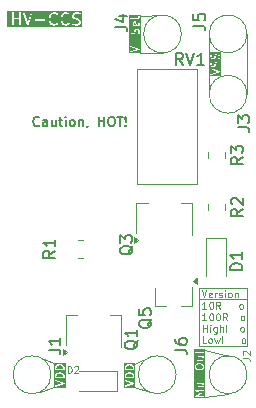
<source format=gbr>
%TF.GenerationSoftware,KiCad,Pcbnew,9.0.0*%
%TF.CreationDate,2025-02-28T18:37:17+01:00*%
%TF.ProjectId,C-Audio HV-CCS,432d4175-6469-46f2-9048-562d4343532e,rev?*%
%TF.SameCoordinates,Original*%
%TF.FileFunction,Legend,Top*%
%TF.FilePolarity,Positive*%
%FSLAX46Y46*%
G04 Gerber Fmt 4.6, Leading zero omitted, Abs format (unit mm)*
G04 Created by KiCad (PCBNEW 9.0.0) date 2025-02-28 18:37:17*
%MOMM*%
%LPD*%
G01*
G04 APERTURE LIST*
%ADD10C,0.100000*%
%ADD11C,0.150000*%
%ADD12C,0.120000*%
%ADD13C,0.075000*%
G04 APERTURE END LIST*
D10*
X156600000Y-109800000D02*
X152500000Y-109800000D01*
X138950000Y-114700000D02*
X140450000Y-115300000D01*
X155000000Y-117800781D02*
X153028660Y-118095352D01*
X136257394Y-85391929D02*
X136607394Y-85391929D01*
X136607394Y-86697779D01*
X136257394Y-86697779D01*
X136257394Y-85391929D01*
G36*
X136257394Y-85391929D02*
G01*
X136607394Y-85391929D01*
X136607394Y-86697779D01*
X136257394Y-86697779D01*
X136257394Y-85391929D01*
G37*
X139050000Y-117650000D02*
X140300000Y-117250000D01*
X155000000Y-114599219D02*
X153027460Y-114110145D01*
X149450000Y-85749219D02*
X147560799Y-85793879D01*
X147050000Y-115300000D02*
X148550000Y-114650000D01*
X156600781Y-92450000D02*
X156600781Y-87350000D01*
X147050000Y-117200000D02*
X148400000Y-117700000D01*
X149450000Y-88950781D02*
X147532339Y-88945504D01*
X153399219Y-87350000D02*
X153399219Y-92450000D01*
X156639999Y-113749999D02*
X152500000Y-113750000D01*
X152500000Y-108880001D01*
X156639999Y-108880001D01*
X156639999Y-113749999D01*
G36*
X152783571Y-115362692D02*
G01*
X152834707Y-115413829D01*
X152859133Y-115462680D01*
X152859133Y-115572408D01*
X152834707Y-115621258D01*
X152783571Y-115672395D01*
X152669645Y-115700877D01*
X152448620Y-115700877D01*
X152334695Y-115672395D01*
X152283558Y-115621259D01*
X152259133Y-115572408D01*
X152259133Y-115462680D01*
X152283558Y-115413828D01*
X152334695Y-115362692D01*
X152448620Y-115334211D01*
X152669645Y-115334211D01*
X152783571Y-115362692D01*
G37*
G36*
X153036911Y-118145322D02*
G01*
X152081355Y-118145322D01*
X152081355Y-117548681D01*
X152159181Y-117548681D01*
X152162939Y-117559015D01*
X152162939Y-117570011D01*
X152169221Y-117576293D01*
X152172259Y-117584646D01*
X152187989Y-117596186D01*
X152590898Y-117784210D01*
X152187989Y-117972235D01*
X152172259Y-117983775D01*
X152169221Y-117992127D01*
X152162939Y-117998410D01*
X152162939Y-118009405D01*
X152159181Y-118019740D01*
X152162939Y-118027792D01*
X152162939Y-118036678D01*
X152170713Y-118044452D01*
X152175364Y-118054418D01*
X152183716Y-118057455D01*
X152189999Y-118063738D01*
X152209133Y-118067544D01*
X152909133Y-118067544D01*
X152928267Y-118063738D01*
X152955327Y-118036678D01*
X152955327Y-117998410D01*
X152928267Y-117971350D01*
X152909133Y-117967544D01*
X152434511Y-117967544D01*
X152730278Y-117829520D01*
X152740667Y-117821897D01*
X152742902Y-117821085D01*
X152743488Y-117819827D01*
X152746007Y-117817980D01*
X152751851Y-117801907D01*
X152759085Y-117786407D01*
X152758286Y-117784211D01*
X152759085Y-117782015D01*
X152751851Y-117766514D01*
X152746007Y-117750442D01*
X152743488Y-117748594D01*
X152742902Y-117747337D01*
X152740666Y-117746524D01*
X152730277Y-117738902D01*
X152434510Y-117600877D01*
X152909133Y-117600877D01*
X152928267Y-117597071D01*
X152955327Y-117570011D01*
X152955327Y-117531743D01*
X152928267Y-117504683D01*
X152909133Y-117500877D01*
X152209133Y-117500877D01*
X152189999Y-117504683D01*
X152183716Y-117510965D01*
X152175364Y-117514003D01*
X152170713Y-117523968D01*
X152162939Y-117531743D01*
X152162939Y-117540628D01*
X152159181Y-117548681D01*
X152081355Y-117548681D01*
X152081355Y-116898410D01*
X152396272Y-116898410D01*
X152396272Y-116936678D01*
X152423332Y-116963738D01*
X152442466Y-116967544D01*
X152821755Y-116967544D01*
X152834708Y-116980497D01*
X152859133Y-117029346D01*
X152859133Y-117105741D01*
X152838532Y-117146942D01*
X152797331Y-117167544D01*
X152442466Y-117167544D01*
X152423332Y-117171350D01*
X152396272Y-117198410D01*
X152396272Y-117236678D01*
X152423332Y-117263738D01*
X152442466Y-117267544D01*
X152809133Y-117267544D01*
X152811589Y-117267055D01*
X152812677Y-117267418D01*
X152820401Y-117265302D01*
X152828267Y-117263738D01*
X152829078Y-117262926D01*
X152831493Y-117262265D01*
X152898161Y-117228932D01*
X152906026Y-117222827D01*
X152908560Y-117221983D01*
X152910748Y-117219163D01*
X152913573Y-117216971D01*
X152914418Y-117214434D01*
X152920521Y-117206571D01*
X152953855Y-117139904D01*
X152954516Y-117137488D01*
X152955327Y-117136678D01*
X152956890Y-117128817D01*
X152959007Y-117121088D01*
X152958644Y-117120000D01*
X152959133Y-117117544D01*
X152959133Y-117017544D01*
X152958644Y-117015087D01*
X152959007Y-117014000D01*
X152956890Y-117006270D01*
X152955327Y-116998410D01*
X152954516Y-116997599D01*
X152953855Y-116995184D01*
X152934843Y-116957161D01*
X152955327Y-116936678D01*
X152955327Y-116898410D01*
X152928267Y-116871350D01*
X152909133Y-116867544D01*
X152442466Y-116867544D01*
X152423332Y-116871350D01*
X152396272Y-116898410D01*
X152081355Y-116898410D01*
X152081355Y-116050878D01*
X152592466Y-116050878D01*
X152592466Y-116584211D01*
X152596272Y-116603345D01*
X152623332Y-116630405D01*
X152661600Y-116630405D01*
X152688660Y-116603345D01*
X152692466Y-116584211D01*
X152692466Y-116050878D01*
X152688660Y-116031744D01*
X152661600Y-116004684D01*
X152623332Y-116004684D01*
X152596272Y-116031744D01*
X152592466Y-116050878D01*
X152081355Y-116050878D01*
X152081355Y-115450877D01*
X152159133Y-115450877D01*
X152159133Y-115584211D01*
X152159621Y-115586667D01*
X152159259Y-115587756D01*
X152161375Y-115595483D01*
X152162939Y-115603345D01*
X152163750Y-115604156D01*
X152164412Y-115606572D01*
X152197745Y-115673238D01*
X152202660Y-115679572D01*
X152207111Y-115686232D01*
X152273777Y-115752899D01*
X152278281Y-115755909D01*
X152279367Y-115757718D01*
X152284902Y-115760332D01*
X152289998Y-115763738D01*
X152292110Y-115763738D01*
X152297006Y-115766051D01*
X152430339Y-115799384D01*
X152436456Y-115799681D01*
X152442466Y-115800877D01*
X152675800Y-115800877D01*
X152681809Y-115799681D01*
X152687927Y-115799384D01*
X152821259Y-115766051D01*
X152826155Y-115763738D01*
X152828267Y-115763738D01*
X152833361Y-115760334D01*
X152838899Y-115757718D01*
X152839985Y-115755907D01*
X152844488Y-115752899D01*
X152911155Y-115686233D01*
X152915609Y-115679566D01*
X152920521Y-115673238D01*
X152953854Y-115606572D01*
X152954515Y-115604156D01*
X152955327Y-115603345D01*
X152956891Y-115595480D01*
X152959007Y-115587755D01*
X152958644Y-115586667D01*
X152959133Y-115584211D01*
X152959133Y-115450877D01*
X152958644Y-115448420D01*
X152959007Y-115447333D01*
X152956891Y-115439607D01*
X152955327Y-115431743D01*
X152954515Y-115430931D01*
X152953854Y-115428516D01*
X152920521Y-115361850D01*
X152915609Y-115355521D01*
X152911155Y-115348855D01*
X152844488Y-115282189D01*
X152839985Y-115279180D01*
X152838899Y-115277370D01*
X152833361Y-115274753D01*
X152828267Y-115271350D01*
X152826155Y-115271350D01*
X152821259Y-115269037D01*
X152687927Y-115235704D01*
X152681809Y-115235406D01*
X152675800Y-115234211D01*
X152442466Y-115234211D01*
X152436456Y-115235406D01*
X152430339Y-115235704D01*
X152297006Y-115269037D01*
X152292110Y-115271350D01*
X152289998Y-115271350D01*
X152284902Y-115274755D01*
X152279367Y-115277370D01*
X152278281Y-115279178D01*
X152273777Y-115282189D01*
X152207111Y-115348856D01*
X152202660Y-115355515D01*
X152197745Y-115361850D01*
X152164412Y-115428516D01*
X152163750Y-115430931D01*
X152162939Y-115431743D01*
X152161375Y-115439604D01*
X152159259Y-115447332D01*
X152159621Y-115448420D01*
X152159133Y-115450877D01*
X152081355Y-115450877D01*
X152081355Y-114665077D01*
X152396272Y-114665077D01*
X152396272Y-114703345D01*
X152423332Y-114730405D01*
X152442466Y-114734211D01*
X152821755Y-114734211D01*
X152834708Y-114747164D01*
X152859133Y-114796013D01*
X152859133Y-114872408D01*
X152838532Y-114913609D01*
X152797331Y-114934211D01*
X152442466Y-114934211D01*
X152423332Y-114938017D01*
X152396272Y-114965077D01*
X152396272Y-115003345D01*
X152423332Y-115030405D01*
X152442466Y-115034211D01*
X152809133Y-115034211D01*
X152811589Y-115033722D01*
X152812677Y-115034085D01*
X152820401Y-115031969D01*
X152828267Y-115030405D01*
X152829078Y-115029593D01*
X152831493Y-115028932D01*
X152898161Y-114995599D01*
X152906026Y-114989494D01*
X152908560Y-114988650D01*
X152910748Y-114985830D01*
X152913573Y-114983638D01*
X152914418Y-114981101D01*
X152920521Y-114973238D01*
X152953855Y-114906571D01*
X152954516Y-114904155D01*
X152955327Y-114903345D01*
X152956890Y-114895484D01*
X152959007Y-114887755D01*
X152958644Y-114886667D01*
X152959133Y-114884211D01*
X152959133Y-114784211D01*
X152958644Y-114781754D01*
X152959007Y-114780667D01*
X152956890Y-114772937D01*
X152955327Y-114765077D01*
X152954516Y-114764266D01*
X152953855Y-114761851D01*
X152934843Y-114723828D01*
X152955327Y-114703345D01*
X152955327Y-114665077D01*
X152928267Y-114638017D01*
X152909133Y-114634211D01*
X152442466Y-114634211D01*
X152423332Y-114638017D01*
X152396272Y-114665077D01*
X152081355Y-114665077D01*
X152081355Y-114331744D01*
X152162939Y-114331744D01*
X152162939Y-114370012D01*
X152189999Y-114397072D01*
X152209133Y-114400878D01*
X152392466Y-114400878D01*
X152392466Y-114450878D01*
X152396272Y-114470012D01*
X152423332Y-114497072D01*
X152461600Y-114497072D01*
X152488660Y-114470012D01*
X152492466Y-114450878D01*
X152492466Y-114400878D01*
X152809133Y-114400878D01*
X152811589Y-114400389D01*
X152812677Y-114400752D01*
X152820401Y-114398636D01*
X152828267Y-114397072D01*
X152829078Y-114396260D01*
X152831493Y-114395599D01*
X152898161Y-114362266D01*
X152906026Y-114356161D01*
X152908560Y-114355317D01*
X152910748Y-114352497D01*
X152913573Y-114350305D01*
X152914418Y-114347768D01*
X152920521Y-114339905D01*
X152953855Y-114273238D01*
X152954516Y-114270822D01*
X152955327Y-114270012D01*
X152956890Y-114262151D01*
X152959007Y-114254422D01*
X152958644Y-114253334D01*
X152959133Y-114250878D01*
X152959133Y-114184211D01*
X152955327Y-114165077D01*
X152928267Y-114138017D01*
X152889999Y-114138017D01*
X152862939Y-114165077D01*
X152859133Y-114184211D01*
X152859133Y-114239075D01*
X152838532Y-114280276D01*
X152797331Y-114300878D01*
X152492466Y-114300878D01*
X152492466Y-114184211D01*
X152488660Y-114165077D01*
X152461600Y-114138017D01*
X152423332Y-114138017D01*
X152396272Y-114165077D01*
X152392466Y-114184211D01*
X152392466Y-114300878D01*
X152209133Y-114300878D01*
X152189999Y-114304684D01*
X152162939Y-114331744D01*
X152081355Y-114331744D01*
X152081355Y-114060239D01*
X153036911Y-114060239D01*
X153036911Y-118145322D01*
G37*
D11*
G36*
X142646950Y-86747859D02*
G01*
X136608062Y-86747859D01*
X136608062Y-85561748D01*
X136719173Y-85561748D01*
X136719173Y-86561748D01*
X136720614Y-86576380D01*
X136731813Y-86603416D01*
X136752505Y-86624108D01*
X136779541Y-86635307D01*
X136808805Y-86635307D01*
X136835841Y-86624108D01*
X136856533Y-86603416D01*
X136867732Y-86576380D01*
X136869173Y-86561748D01*
X136869173Y-86112938D01*
X137290601Y-86112938D01*
X137290601Y-86561748D01*
X137292042Y-86576380D01*
X137303241Y-86603416D01*
X137323933Y-86624108D01*
X137350969Y-86635307D01*
X137380233Y-86635307D01*
X137407269Y-86624108D01*
X137427961Y-86603416D01*
X137439160Y-86576380D01*
X137440601Y-86561748D01*
X137440601Y-85571128D01*
X137624524Y-85571128D01*
X137627784Y-85585465D01*
X137961117Y-86585465D01*
X137967111Y-86598890D01*
X137970621Y-86602937D01*
X137973018Y-86607731D01*
X137980126Y-86613896D01*
X137986285Y-86620997D01*
X137991074Y-86623391D01*
X137995125Y-86626905D01*
X138004050Y-86629879D01*
X138012458Y-86634084D01*
X138017802Y-86634463D01*
X138022888Y-86636159D01*
X138032268Y-86635492D01*
X138041648Y-86636159D01*
X138046733Y-86634463D01*
X138052078Y-86634084D01*
X138060488Y-86629878D01*
X138069410Y-86626905D01*
X138073457Y-86623394D01*
X138078251Y-86620998D01*
X138084414Y-86613892D01*
X138091518Y-86607731D01*
X138093913Y-86602939D01*
X138097425Y-86598891D01*
X138103419Y-86585465D01*
X138243186Y-86166163D01*
X138625376Y-86166163D01*
X138625376Y-86195427D01*
X138636575Y-86222463D01*
X138657267Y-86243155D01*
X138684303Y-86254354D01*
X138698935Y-86255795D01*
X139460840Y-86255795D01*
X139475472Y-86254354D01*
X139502508Y-86243155D01*
X139523200Y-86222463D01*
X139534399Y-86195427D01*
X139534399Y-86166163D01*
X139523200Y-86139127D01*
X139502508Y-86118435D01*
X139475472Y-86107236D01*
X139460840Y-86105795D01*
X138698935Y-86105795D01*
X138684303Y-86107236D01*
X138657267Y-86118435D01*
X138636575Y-86139127D01*
X138625376Y-86166163D01*
X138243186Y-86166163D01*
X138301801Y-85990319D01*
X139814411Y-85990319D01*
X139814411Y-86133176D01*
X139814662Y-86135729D01*
X139814500Y-86136822D01*
X139815309Y-86142295D01*
X139815852Y-86147808D01*
X139816274Y-86148829D01*
X139816650Y-86151366D01*
X139864269Y-86341842D01*
X139864654Y-86342921D01*
X139864693Y-86343461D01*
X139867020Y-86349542D01*
X139869216Y-86355688D01*
X139869538Y-86356123D01*
X139869948Y-86357193D01*
X139917567Y-86452431D01*
X139921530Y-86458727D01*
X139922288Y-86460557D01*
X139923977Y-86462615D01*
X139925399Y-86464874D01*
X139926897Y-86466173D01*
X139931616Y-86471923D01*
X140026854Y-86567162D01*
X140038219Y-86576490D01*
X140040709Y-86577521D01*
X140042744Y-86579286D01*
X140056170Y-86585280D01*
X140199026Y-86632899D01*
X140206281Y-86634548D01*
X140208112Y-86635307D01*
X140210765Y-86635568D01*
X140213363Y-86636159D01*
X140215337Y-86636018D01*
X140222744Y-86636748D01*
X140317982Y-86636748D01*
X140325387Y-86636018D01*
X140327362Y-86636159D01*
X140329959Y-86635568D01*
X140332614Y-86635307D01*
X140334445Y-86634548D01*
X140341699Y-86632899D01*
X140484556Y-86585280D01*
X140497981Y-86579286D01*
X140500016Y-86577520D01*
X140502507Y-86576489D01*
X140513873Y-86567161D01*
X140561491Y-86519542D01*
X140570819Y-86508176D01*
X140582017Y-86481140D01*
X140582017Y-86451877D01*
X140570818Y-86424841D01*
X140550125Y-86404148D01*
X140523089Y-86392950D01*
X140493826Y-86392950D01*
X140466790Y-86404149D01*
X140455424Y-86413477D01*
X140420325Y-86448576D01*
X140305812Y-86486748D01*
X140234914Y-86486748D01*
X140120401Y-86448577D01*
X140046288Y-86374463D01*
X140007794Y-86297476D01*
X139964411Y-86123942D01*
X139964411Y-85999553D01*
X139966719Y-85990319D01*
X140814411Y-85990319D01*
X140814411Y-86133176D01*
X140814662Y-86135729D01*
X140814500Y-86136822D01*
X140815309Y-86142295D01*
X140815852Y-86147808D01*
X140816274Y-86148829D01*
X140816650Y-86151366D01*
X140864269Y-86341842D01*
X140864654Y-86342921D01*
X140864693Y-86343461D01*
X140867020Y-86349542D01*
X140869216Y-86355688D01*
X140869538Y-86356123D01*
X140869948Y-86357193D01*
X140917567Y-86452431D01*
X140921530Y-86458727D01*
X140922288Y-86460557D01*
X140923977Y-86462615D01*
X140925399Y-86464874D01*
X140926897Y-86466173D01*
X140931616Y-86471923D01*
X141026854Y-86567162D01*
X141038219Y-86576490D01*
X141040709Y-86577521D01*
X141042744Y-86579286D01*
X141056170Y-86585280D01*
X141199026Y-86632899D01*
X141206281Y-86634548D01*
X141208112Y-86635307D01*
X141210765Y-86635568D01*
X141213363Y-86636159D01*
X141215337Y-86636018D01*
X141222744Y-86636748D01*
X141317982Y-86636748D01*
X141325387Y-86636018D01*
X141327362Y-86636159D01*
X141329959Y-86635568D01*
X141332614Y-86635307D01*
X141334445Y-86634548D01*
X141341699Y-86632899D01*
X141484556Y-86585280D01*
X141497981Y-86579286D01*
X141500016Y-86577520D01*
X141502507Y-86576489D01*
X141513873Y-86567161D01*
X141561491Y-86519542D01*
X141570819Y-86508176D01*
X141582017Y-86481140D01*
X141582017Y-86451877D01*
X141570818Y-86424841D01*
X141550125Y-86404148D01*
X141523089Y-86392950D01*
X141493826Y-86392950D01*
X141466790Y-86404149D01*
X141455424Y-86413477D01*
X141420325Y-86448576D01*
X141305812Y-86486748D01*
X141234914Y-86486748D01*
X141120401Y-86448577D01*
X141046288Y-86374463D01*
X141007794Y-86297476D01*
X140964411Y-86123942D01*
X140964411Y-85999553D01*
X141007794Y-85826019D01*
X141044692Y-85752224D01*
X141814411Y-85752224D01*
X141814411Y-85847462D01*
X141815852Y-85862094D01*
X141816883Y-85864583D01*
X141817074Y-85867271D01*
X141822329Y-85881003D01*
X141869948Y-85976241D01*
X141873912Y-85982540D01*
X141874670Y-85984368D01*
X141876358Y-85986424D01*
X141877780Y-85988684D01*
X141879278Y-85989983D01*
X141883997Y-85995733D01*
X141931616Y-86043352D01*
X141937365Y-86048070D01*
X141938665Y-86049569D01*
X141940924Y-86050990D01*
X141942981Y-86052679D01*
X141944808Y-86053436D01*
X141951108Y-86057401D01*
X142046346Y-86105020D01*
X142047415Y-86105429D01*
X142047851Y-86105752D01*
X142053987Y-86107944D01*
X142060077Y-86110275D01*
X142060617Y-86110313D01*
X142061697Y-86110699D01*
X142244187Y-86156321D01*
X142321174Y-86194815D01*
X142351581Y-86225222D01*
X142385839Y-86293738D01*
X142385839Y-86353566D01*
X142351580Y-86422082D01*
X142321173Y-86452490D01*
X142252658Y-86486748D01*
X142044438Y-86486748D01*
X141913128Y-86442978D01*
X141898791Y-86439718D01*
X141869601Y-86441793D01*
X141843428Y-86454879D01*
X141824254Y-86476986D01*
X141815000Y-86504749D01*
X141817075Y-86533939D01*
X141830161Y-86560112D01*
X141852268Y-86579286D01*
X141865694Y-86585280D01*
X142008550Y-86632899D01*
X142015805Y-86634548D01*
X142017636Y-86635307D01*
X142020289Y-86635568D01*
X142022887Y-86636159D01*
X142024861Y-86636018D01*
X142032268Y-86636748D01*
X142270363Y-86636748D01*
X142284995Y-86635307D01*
X142287484Y-86634275D01*
X142290172Y-86634085D01*
X142303904Y-86628830D01*
X142399142Y-86581211D01*
X142405441Y-86577246D01*
X142407269Y-86576489D01*
X142409325Y-86574801D01*
X142411585Y-86573379D01*
X142412885Y-86571879D01*
X142418635Y-86567161D01*
X142466253Y-86519542D01*
X142470971Y-86513792D01*
X142472470Y-86512493D01*
X142473891Y-86510234D01*
X142475581Y-86508176D01*
X142476338Y-86506346D01*
X142480302Y-86500050D01*
X142527921Y-86404812D01*
X142533176Y-86391081D01*
X142533367Y-86388391D01*
X142534398Y-86385903D01*
X142535839Y-86371271D01*
X142535839Y-86276033D01*
X142534398Y-86261401D01*
X142533367Y-86258912D01*
X142533176Y-86256223D01*
X142527921Y-86242492D01*
X142480302Y-86147254D01*
X142476337Y-86140954D01*
X142475580Y-86139127D01*
X142473891Y-86137070D01*
X142472470Y-86134811D01*
X142470971Y-86133511D01*
X142466253Y-86127762D01*
X142418634Y-86080143D01*
X142412884Y-86075424D01*
X142411585Y-86073926D01*
X142409325Y-86072504D01*
X142407269Y-86070816D01*
X142405441Y-86070058D01*
X142399142Y-86066094D01*
X142303904Y-86018475D01*
X142302834Y-86018065D01*
X142302399Y-86017743D01*
X142296253Y-86015547D01*
X142290172Y-86013220D01*
X142289632Y-86013181D01*
X142288553Y-86012796D01*
X142106063Y-85967173D01*
X142029076Y-85928680D01*
X141998669Y-85898273D01*
X141964411Y-85829757D01*
X141964411Y-85769929D01*
X141998669Y-85701413D01*
X142029076Y-85671006D01*
X142097592Y-85636748D01*
X142305812Y-85636748D01*
X142437121Y-85680518D01*
X142451458Y-85683778D01*
X142480648Y-85681703D01*
X142506822Y-85668617D01*
X142525996Y-85646509D01*
X142535250Y-85618747D01*
X142533175Y-85589557D01*
X142520088Y-85563384D01*
X142497981Y-85544210D01*
X142484556Y-85538216D01*
X142341699Y-85490597D01*
X142334445Y-85488947D01*
X142332614Y-85488189D01*
X142329959Y-85487927D01*
X142327362Y-85487337D01*
X142325387Y-85487477D01*
X142317982Y-85486748D01*
X142079887Y-85486748D01*
X142065255Y-85488189D01*
X142062766Y-85489219D01*
X142060077Y-85489411D01*
X142046346Y-85494666D01*
X141951108Y-85542285D01*
X141944808Y-85546249D01*
X141942981Y-85547007D01*
X141940924Y-85548695D01*
X141938665Y-85550117D01*
X141937365Y-85551615D01*
X141931616Y-85556334D01*
X141883997Y-85603953D01*
X141879278Y-85609702D01*
X141877780Y-85611002D01*
X141876358Y-85613261D01*
X141874670Y-85615318D01*
X141873912Y-85617145D01*
X141869948Y-85623445D01*
X141822329Y-85718683D01*
X141817074Y-85732415D01*
X141816883Y-85735102D01*
X141815852Y-85737592D01*
X141814411Y-85752224D01*
X141044692Y-85752224D01*
X141046288Y-85749032D01*
X141120401Y-85674919D01*
X141234914Y-85636748D01*
X141305812Y-85636748D01*
X141420325Y-85674919D01*
X141455425Y-85710019D01*
X141466790Y-85719346D01*
X141493826Y-85730545D01*
X141523089Y-85730545D01*
X141550125Y-85719346D01*
X141570818Y-85698653D01*
X141582017Y-85671617D01*
X141582017Y-85642354D01*
X141570818Y-85615318D01*
X141561491Y-85603953D01*
X141513872Y-85556334D01*
X141502507Y-85547007D01*
X141500016Y-85545975D01*
X141497981Y-85544210D01*
X141484556Y-85538216D01*
X141341699Y-85490597D01*
X141334445Y-85488947D01*
X141332614Y-85488189D01*
X141329959Y-85487927D01*
X141327362Y-85487337D01*
X141325387Y-85487477D01*
X141317982Y-85486748D01*
X141222744Y-85486748D01*
X141215337Y-85487477D01*
X141213363Y-85487337D01*
X141210765Y-85487927D01*
X141208112Y-85488189D01*
X141206281Y-85488947D01*
X141199026Y-85490597D01*
X141056170Y-85538216D01*
X141042744Y-85544210D01*
X141040709Y-85545974D01*
X141038219Y-85547006D01*
X141026854Y-85556334D01*
X140931616Y-85651572D01*
X140926897Y-85657321D01*
X140925399Y-85658621D01*
X140923977Y-85660880D01*
X140922289Y-85662937D01*
X140921531Y-85664764D01*
X140917567Y-85671064D01*
X140869948Y-85766302D01*
X140869538Y-85767371D01*
X140869216Y-85767807D01*
X140867020Y-85773952D01*
X140864693Y-85780034D01*
X140864654Y-85780573D01*
X140864269Y-85781653D01*
X140816650Y-85972129D01*
X140816274Y-85974665D01*
X140815852Y-85975687D01*
X140815309Y-85981199D01*
X140814500Y-85986673D01*
X140814662Y-85987765D01*
X140814411Y-85990319D01*
X139966719Y-85990319D01*
X140007794Y-85826019D01*
X140046288Y-85749032D01*
X140120401Y-85674919D01*
X140234914Y-85636748D01*
X140305812Y-85636748D01*
X140420325Y-85674919D01*
X140455425Y-85710019D01*
X140466790Y-85719346D01*
X140493826Y-85730545D01*
X140523089Y-85730545D01*
X140550125Y-85719346D01*
X140570818Y-85698653D01*
X140582017Y-85671617D01*
X140582017Y-85642354D01*
X140570818Y-85615318D01*
X140561491Y-85603953D01*
X140513872Y-85556334D01*
X140502507Y-85547007D01*
X140500016Y-85545975D01*
X140497981Y-85544210D01*
X140484556Y-85538216D01*
X140341699Y-85490597D01*
X140334445Y-85488947D01*
X140332614Y-85488189D01*
X140329959Y-85487927D01*
X140327362Y-85487337D01*
X140325387Y-85487477D01*
X140317982Y-85486748D01*
X140222744Y-85486748D01*
X140215337Y-85487477D01*
X140213363Y-85487337D01*
X140210765Y-85487927D01*
X140208112Y-85488189D01*
X140206281Y-85488947D01*
X140199026Y-85490597D01*
X140056170Y-85538216D01*
X140042744Y-85544210D01*
X140040709Y-85545974D01*
X140038219Y-85547006D01*
X140026854Y-85556334D01*
X139931616Y-85651572D01*
X139926897Y-85657321D01*
X139925399Y-85658621D01*
X139923977Y-85660880D01*
X139922289Y-85662937D01*
X139921531Y-85664764D01*
X139917567Y-85671064D01*
X139869948Y-85766302D01*
X139869538Y-85767371D01*
X139869216Y-85767807D01*
X139867020Y-85773952D01*
X139864693Y-85780034D01*
X139864654Y-85780573D01*
X139864269Y-85781653D01*
X139816650Y-85972129D01*
X139816274Y-85974665D01*
X139815852Y-85975687D01*
X139815309Y-85981199D01*
X139814500Y-85986673D01*
X139814662Y-85987765D01*
X139814411Y-85990319D01*
X138301801Y-85990319D01*
X138436752Y-85585465D01*
X138440012Y-85571129D01*
X138437937Y-85541939D01*
X138424851Y-85515765D01*
X138402743Y-85496591D01*
X138374981Y-85487337D01*
X138345791Y-85489412D01*
X138319618Y-85502499D01*
X138300444Y-85524606D01*
X138294450Y-85538031D01*
X138032268Y-86324577D01*
X137770086Y-85538031D01*
X137764092Y-85524605D01*
X137744918Y-85502498D01*
X137718745Y-85489412D01*
X137689555Y-85487337D01*
X137661792Y-85496591D01*
X137639685Y-85515765D01*
X137626599Y-85541938D01*
X137624524Y-85571128D01*
X137440601Y-85571128D01*
X137440601Y-85561748D01*
X137439160Y-85547116D01*
X137427961Y-85520080D01*
X137407269Y-85499388D01*
X137380233Y-85488189D01*
X137350969Y-85488189D01*
X137323933Y-85499388D01*
X137303241Y-85520080D01*
X137292042Y-85547116D01*
X137290601Y-85561748D01*
X137290601Y-85962938D01*
X136869173Y-85962938D01*
X136869173Y-85561748D01*
X136867732Y-85547116D01*
X136856533Y-85520080D01*
X136835841Y-85499388D01*
X136808805Y-85488189D01*
X136779541Y-85488189D01*
X136752505Y-85499388D01*
X136731813Y-85520080D01*
X136720614Y-85547116D01*
X136719173Y-85561748D01*
X136608062Y-85561748D01*
X136608062Y-85375637D01*
X142646950Y-85375637D01*
X142646950Y-86747859D01*
G37*
D10*
G36*
X154386911Y-90895196D02*
G01*
X153431355Y-90895196D01*
X153431355Y-90304421D01*
X153509259Y-90304421D01*
X153526373Y-90338650D01*
X153543322Y-90348311D01*
X154101020Y-90534210D01*
X153543322Y-90720110D01*
X153526373Y-90729771D01*
X153509259Y-90764000D01*
X153521360Y-90800304D01*
X153555589Y-90817418D01*
X153574944Y-90814978D01*
X154274945Y-90581645D01*
X154291893Y-90571984D01*
X154293563Y-90568641D01*
X154296906Y-90566971D01*
X154301919Y-90551931D01*
X154309007Y-90537755D01*
X154307825Y-90534211D01*
X154309007Y-90530667D01*
X154301919Y-90516490D01*
X154296906Y-90501451D01*
X154293563Y-90499779D01*
X154291893Y-90496438D01*
X154274944Y-90486777D01*
X153574944Y-90253443D01*
X153555589Y-90251003D01*
X153521360Y-90268117D01*
X153509259Y-90304421D01*
X153431355Y-90304421D01*
X153431355Y-89800877D01*
X153509133Y-89800877D01*
X153509133Y-89967544D01*
X153509621Y-89970000D01*
X153509259Y-89971088D01*
X153511374Y-89978812D01*
X153512939Y-89986678D01*
X153513750Y-89987489D01*
X153514412Y-89989904D01*
X153547745Y-90056572D01*
X153552656Y-90062900D01*
X153557111Y-90069567D01*
X153590445Y-90102900D01*
X153597107Y-90107351D01*
X153603439Y-90112265D01*
X153670105Y-90145598D01*
X153672520Y-90146259D01*
X153673332Y-90147071D01*
X153681196Y-90148635D01*
X153688922Y-90150751D01*
X153690009Y-90150388D01*
X153692466Y-90150877D01*
X153759133Y-90150877D01*
X153761589Y-90150388D01*
X153762677Y-90150751D01*
X153770401Y-90148635D01*
X153778267Y-90147071D01*
X153779078Y-90146259D01*
X153781493Y-90145598D01*
X153848161Y-90112265D01*
X153854495Y-90107349D01*
X153861155Y-90102899D01*
X153894488Y-90069566D01*
X153898942Y-90062899D01*
X153903854Y-90056571D01*
X153937188Y-89989904D01*
X153938634Y-89984621D01*
X153940973Y-89979671D01*
X153972976Y-89851660D01*
X154000226Y-89797160D01*
X154022083Y-89775303D01*
X154070936Y-89750877D01*
X154113997Y-89750877D01*
X154162847Y-89775302D01*
X154184708Y-89797164D01*
X154209133Y-89846013D01*
X154209133Y-89992764D01*
X154178366Y-90085066D01*
X154175926Y-90104421D01*
X154193040Y-90138650D01*
X154229344Y-90150751D01*
X154263573Y-90133637D01*
X154273234Y-90116688D01*
X154306567Y-90016688D01*
X154307569Y-90008739D01*
X154309133Y-90000877D01*
X154309133Y-89834211D01*
X154308644Y-89831754D01*
X154309007Y-89830667D01*
X154306890Y-89822937D01*
X154305327Y-89815077D01*
X154304516Y-89814266D01*
X154303855Y-89811851D01*
X154270521Y-89745184D01*
X154265614Y-89738862D01*
X154261155Y-89732188D01*
X154227821Y-89698855D01*
X154221155Y-89694401D01*
X154214827Y-89689490D01*
X154148161Y-89656156D01*
X154145745Y-89655494D01*
X154144934Y-89654683D01*
X154137072Y-89653119D01*
X154129345Y-89651003D01*
X154128256Y-89651365D01*
X154125800Y-89650877D01*
X154059133Y-89650877D01*
X154056676Y-89651365D01*
X154055588Y-89651003D01*
X154047860Y-89653119D01*
X154039999Y-89654683D01*
X154039187Y-89655494D01*
X154036772Y-89656156D01*
X153970105Y-89689490D01*
X153963770Y-89694405D01*
X153957111Y-89698856D01*
X153923778Y-89732189D01*
X153919327Y-89738848D01*
X153914412Y-89745183D01*
X153881079Y-89811851D01*
X153879633Y-89817129D01*
X153877293Y-89822084D01*
X153845289Y-89950093D01*
X153818040Y-90004593D01*
X153796183Y-90026450D01*
X153747331Y-90050877D01*
X153704269Y-90050877D01*
X153655418Y-90026451D01*
X153633558Y-90004592D01*
X153609133Y-89955741D01*
X153609133Y-89808989D01*
X153639900Y-89716688D01*
X153642340Y-89697333D01*
X153625226Y-89663104D01*
X153588922Y-89651003D01*
X153554693Y-89668117D01*
X153545032Y-89685066D01*
X153511699Y-89785066D01*
X153510696Y-89793014D01*
X153509133Y-89800877D01*
X153431355Y-89800877D01*
X153431355Y-89134210D01*
X153509133Y-89134210D01*
X153509133Y-89300877D01*
X153509621Y-89303333D01*
X153509259Y-89304421D01*
X153511374Y-89312145D01*
X153512939Y-89320011D01*
X153513750Y-89320822D01*
X153514412Y-89323237D01*
X153547745Y-89389905D01*
X153552656Y-89396233D01*
X153557111Y-89402900D01*
X153590445Y-89436233D01*
X153597107Y-89440684D01*
X153603439Y-89445598D01*
X153670105Y-89478931D01*
X153672520Y-89479592D01*
X153673332Y-89480404D01*
X153681196Y-89481968D01*
X153688922Y-89484084D01*
X153690009Y-89483721D01*
X153692466Y-89484210D01*
X153759133Y-89484210D01*
X153761589Y-89483721D01*
X153762677Y-89484084D01*
X153770401Y-89481968D01*
X153778267Y-89480404D01*
X153779078Y-89479592D01*
X153781493Y-89478931D01*
X153848161Y-89445598D01*
X153854495Y-89440682D01*
X153861155Y-89436232D01*
X153894488Y-89402899D01*
X153898942Y-89396232D01*
X153903854Y-89389904D01*
X153937188Y-89323237D01*
X153938634Y-89317954D01*
X153940973Y-89313004D01*
X153972976Y-89184993D01*
X154000226Y-89130493D01*
X154022083Y-89108636D01*
X154070936Y-89084210D01*
X154113997Y-89084210D01*
X154162847Y-89108635D01*
X154184708Y-89130497D01*
X154209133Y-89179346D01*
X154209133Y-89326097D01*
X154178366Y-89418399D01*
X154175926Y-89437754D01*
X154193040Y-89471983D01*
X154229344Y-89484084D01*
X154263573Y-89466970D01*
X154273234Y-89450021D01*
X154306567Y-89350021D01*
X154307569Y-89342072D01*
X154309133Y-89334210D01*
X154309133Y-89167544D01*
X154308644Y-89165087D01*
X154309007Y-89164000D01*
X154306890Y-89156270D01*
X154305327Y-89148410D01*
X154304516Y-89147599D01*
X154303855Y-89145184D01*
X154270521Y-89078517D01*
X154265614Y-89072195D01*
X154261155Y-89065521D01*
X154227821Y-89032188D01*
X154221155Y-89027734D01*
X154214827Y-89022823D01*
X154148161Y-88989489D01*
X154145745Y-88988827D01*
X154144934Y-88988016D01*
X154137072Y-88986452D01*
X154129345Y-88984336D01*
X154128256Y-88984698D01*
X154125800Y-88984210D01*
X154059133Y-88984210D01*
X154056676Y-88984698D01*
X154055588Y-88984336D01*
X154047860Y-88986452D01*
X154039999Y-88988016D01*
X154039187Y-88988827D01*
X154036772Y-88989489D01*
X153970105Y-89022823D01*
X153963770Y-89027738D01*
X153957111Y-89032189D01*
X153923778Y-89065522D01*
X153919327Y-89072181D01*
X153914412Y-89078516D01*
X153881079Y-89145184D01*
X153879633Y-89150462D01*
X153877293Y-89155417D01*
X153845289Y-89283426D01*
X153818040Y-89337926D01*
X153796183Y-89359783D01*
X153747331Y-89384210D01*
X153704269Y-89384210D01*
X153655418Y-89359784D01*
X153633558Y-89337925D01*
X153609133Y-89289074D01*
X153609133Y-89142322D01*
X153639900Y-89050021D01*
X153642340Y-89030666D01*
X153625226Y-88996437D01*
X153588922Y-88984336D01*
X153554693Y-89001450D01*
X153545032Y-89018399D01*
X153511699Y-89118399D01*
X153510696Y-89126347D01*
X153509133Y-89134210D01*
X153431355Y-89134210D01*
X153431355Y-88906432D01*
X154386911Y-88906432D01*
X154386911Y-90895196D01*
G37*
D11*
X138996303Y-95068104D02*
X138958207Y-95106200D01*
X138958207Y-95106200D02*
X138843922Y-95144295D01*
X138843922Y-95144295D02*
X138767731Y-95144295D01*
X138767731Y-95144295D02*
X138653445Y-95106200D01*
X138653445Y-95106200D02*
X138577255Y-95030009D01*
X138577255Y-95030009D02*
X138539160Y-94953819D01*
X138539160Y-94953819D02*
X138501064Y-94801438D01*
X138501064Y-94801438D02*
X138501064Y-94687152D01*
X138501064Y-94687152D02*
X138539160Y-94534771D01*
X138539160Y-94534771D02*
X138577255Y-94458580D01*
X138577255Y-94458580D02*
X138653445Y-94382390D01*
X138653445Y-94382390D02*
X138767731Y-94344295D01*
X138767731Y-94344295D02*
X138843922Y-94344295D01*
X138843922Y-94344295D02*
X138958207Y-94382390D01*
X138958207Y-94382390D02*
X138996303Y-94420485D01*
X139682017Y-95144295D02*
X139682017Y-94725247D01*
X139682017Y-94725247D02*
X139643922Y-94649057D01*
X139643922Y-94649057D02*
X139567731Y-94610961D01*
X139567731Y-94610961D02*
X139415350Y-94610961D01*
X139415350Y-94610961D02*
X139339160Y-94649057D01*
X139682017Y-95106200D02*
X139605826Y-95144295D01*
X139605826Y-95144295D02*
X139415350Y-95144295D01*
X139415350Y-95144295D02*
X139339160Y-95106200D01*
X139339160Y-95106200D02*
X139301064Y-95030009D01*
X139301064Y-95030009D02*
X139301064Y-94953819D01*
X139301064Y-94953819D02*
X139339160Y-94877628D01*
X139339160Y-94877628D02*
X139415350Y-94839533D01*
X139415350Y-94839533D02*
X139605826Y-94839533D01*
X139605826Y-94839533D02*
X139682017Y-94801438D01*
X140405827Y-94610961D02*
X140405827Y-95144295D01*
X140062970Y-94610961D02*
X140062970Y-95030009D01*
X140062970Y-95030009D02*
X140101065Y-95106200D01*
X140101065Y-95106200D02*
X140177255Y-95144295D01*
X140177255Y-95144295D02*
X140291541Y-95144295D01*
X140291541Y-95144295D02*
X140367732Y-95106200D01*
X140367732Y-95106200D02*
X140405827Y-95068104D01*
X140672494Y-94610961D02*
X140977256Y-94610961D01*
X140786780Y-94344295D02*
X140786780Y-95030009D01*
X140786780Y-95030009D02*
X140824875Y-95106200D01*
X140824875Y-95106200D02*
X140901065Y-95144295D01*
X140901065Y-95144295D02*
X140977256Y-95144295D01*
X141243923Y-95144295D02*
X141243923Y-94610961D01*
X141243923Y-94344295D02*
X141205827Y-94382390D01*
X141205827Y-94382390D02*
X141243923Y-94420485D01*
X141243923Y-94420485D02*
X141282018Y-94382390D01*
X141282018Y-94382390D02*
X141243923Y-94344295D01*
X141243923Y-94344295D02*
X141243923Y-94420485D01*
X141739160Y-95144295D02*
X141662970Y-95106200D01*
X141662970Y-95106200D02*
X141624875Y-95068104D01*
X141624875Y-95068104D02*
X141586779Y-94991914D01*
X141586779Y-94991914D02*
X141586779Y-94763342D01*
X141586779Y-94763342D02*
X141624875Y-94687152D01*
X141624875Y-94687152D02*
X141662970Y-94649057D01*
X141662970Y-94649057D02*
X141739160Y-94610961D01*
X141739160Y-94610961D02*
X141853446Y-94610961D01*
X141853446Y-94610961D02*
X141929637Y-94649057D01*
X141929637Y-94649057D02*
X141967732Y-94687152D01*
X141967732Y-94687152D02*
X142005827Y-94763342D01*
X142005827Y-94763342D02*
X142005827Y-94991914D01*
X142005827Y-94991914D02*
X141967732Y-95068104D01*
X141967732Y-95068104D02*
X141929637Y-95106200D01*
X141929637Y-95106200D02*
X141853446Y-95144295D01*
X141853446Y-95144295D02*
X141739160Y-95144295D01*
X142348685Y-94610961D02*
X142348685Y-95144295D01*
X142348685Y-94687152D02*
X142386780Y-94649057D01*
X142386780Y-94649057D02*
X142462970Y-94610961D01*
X142462970Y-94610961D02*
X142577256Y-94610961D01*
X142577256Y-94610961D02*
X142653447Y-94649057D01*
X142653447Y-94649057D02*
X142691542Y-94725247D01*
X142691542Y-94725247D02*
X142691542Y-95144295D01*
X143110590Y-95106200D02*
X143110590Y-95144295D01*
X143110590Y-95144295D02*
X143072495Y-95220485D01*
X143072495Y-95220485D02*
X143034399Y-95258580D01*
X144062971Y-95144295D02*
X144062971Y-94344295D01*
X144062971Y-94725247D02*
X144520114Y-94725247D01*
X144520114Y-95144295D02*
X144520114Y-94344295D01*
X145053447Y-94344295D02*
X145205828Y-94344295D01*
X145205828Y-94344295D02*
X145282018Y-94382390D01*
X145282018Y-94382390D02*
X145358209Y-94458580D01*
X145358209Y-94458580D02*
X145396304Y-94610961D01*
X145396304Y-94610961D02*
X145396304Y-94877628D01*
X145396304Y-94877628D02*
X145358209Y-95030009D01*
X145358209Y-95030009D02*
X145282018Y-95106200D01*
X145282018Y-95106200D02*
X145205828Y-95144295D01*
X145205828Y-95144295D02*
X145053447Y-95144295D01*
X145053447Y-95144295D02*
X144977256Y-95106200D01*
X144977256Y-95106200D02*
X144901066Y-95030009D01*
X144901066Y-95030009D02*
X144862970Y-94877628D01*
X144862970Y-94877628D02*
X144862970Y-94610961D01*
X144862970Y-94610961D02*
X144901066Y-94458580D01*
X144901066Y-94458580D02*
X144977256Y-94382390D01*
X144977256Y-94382390D02*
X145053447Y-94344295D01*
X145624875Y-94344295D02*
X146082018Y-94344295D01*
X145853446Y-95144295D02*
X145853446Y-94344295D01*
X146348685Y-95068104D02*
X146386780Y-95106200D01*
X146386780Y-95106200D02*
X146348685Y-95144295D01*
X146348685Y-95144295D02*
X146310589Y-95106200D01*
X146310589Y-95106200D02*
X146348685Y-95068104D01*
X146348685Y-95068104D02*
X146348685Y-95144295D01*
X146348685Y-94839533D02*
X146310589Y-94382390D01*
X146310589Y-94382390D02*
X146348685Y-94344295D01*
X146348685Y-94344295D02*
X146386780Y-94382390D01*
X146386780Y-94382390D02*
X146348685Y-94839533D01*
X146348685Y-94839533D02*
X146348685Y-94344295D01*
D10*
G36*
X147164810Y-86617543D02*
G01*
X147104269Y-86617543D01*
X147063067Y-86596942D01*
X147042466Y-86555739D01*
X147042466Y-86446013D01*
X147063067Y-86404810D01*
X147104269Y-86384210D01*
X147118143Y-86384210D01*
X147164810Y-86617543D01*
G37*
G36*
X147586911Y-88995196D02*
G01*
X146631355Y-88995196D01*
X146631355Y-88404421D01*
X146709259Y-88404421D01*
X146726373Y-88438650D01*
X146743322Y-88448311D01*
X147301020Y-88634210D01*
X146743322Y-88820110D01*
X146726373Y-88829771D01*
X146709259Y-88864000D01*
X146721360Y-88900304D01*
X146755589Y-88917418D01*
X146774944Y-88914978D01*
X147474945Y-88681645D01*
X147491893Y-88671984D01*
X147493563Y-88668641D01*
X147496906Y-88666971D01*
X147501919Y-88651931D01*
X147509007Y-88637755D01*
X147507825Y-88634211D01*
X147509007Y-88630667D01*
X147501919Y-88616490D01*
X147496906Y-88601451D01*
X147493563Y-88599779D01*
X147491893Y-88596438D01*
X147474944Y-88586777D01*
X146774944Y-88353443D01*
X146755589Y-88351003D01*
X146721360Y-88368117D01*
X146709259Y-88404421D01*
X146631355Y-88404421D01*
X146631355Y-87634211D01*
X147142466Y-87634211D01*
X147142466Y-88167544D01*
X147146272Y-88186678D01*
X147173332Y-88213738D01*
X147211600Y-88213738D01*
X147238660Y-88186678D01*
X147242466Y-88167544D01*
X147242466Y-87634211D01*
X147238660Y-87615077D01*
X147211600Y-87588017D01*
X147173332Y-87588017D01*
X147146272Y-87615077D01*
X147142466Y-87634211D01*
X146631355Y-87634211D01*
X146631355Y-87034210D01*
X146709133Y-87034210D01*
X146709133Y-87200877D01*
X146709621Y-87203333D01*
X146709259Y-87204421D01*
X146711374Y-87212145D01*
X146712939Y-87220011D01*
X146713750Y-87220822D01*
X146714412Y-87223237D01*
X146747745Y-87289905D01*
X146752656Y-87296233D01*
X146757111Y-87302900D01*
X146790445Y-87336233D01*
X146797107Y-87340684D01*
X146803439Y-87345598D01*
X146870105Y-87378931D01*
X146872520Y-87379592D01*
X146873332Y-87380404D01*
X146881196Y-87381968D01*
X146888922Y-87384084D01*
X146890009Y-87383721D01*
X146892466Y-87384210D01*
X146959133Y-87384210D01*
X146961589Y-87383721D01*
X146962677Y-87384084D01*
X146970401Y-87381968D01*
X146978267Y-87380404D01*
X146979078Y-87379592D01*
X146981493Y-87378931D01*
X147048161Y-87345598D01*
X147054495Y-87340682D01*
X147061155Y-87336232D01*
X147094488Y-87302899D01*
X147098942Y-87296232D01*
X147103854Y-87289904D01*
X147137188Y-87223237D01*
X147138634Y-87217954D01*
X147140973Y-87213004D01*
X147172976Y-87084993D01*
X147200226Y-87030493D01*
X147222083Y-87008636D01*
X147270936Y-86984210D01*
X147313997Y-86984210D01*
X147362847Y-87008635D01*
X147384708Y-87030497D01*
X147409133Y-87079346D01*
X147409133Y-87226097D01*
X147378366Y-87318399D01*
X147375926Y-87337754D01*
X147393040Y-87371983D01*
X147429344Y-87384084D01*
X147463573Y-87366970D01*
X147473234Y-87350021D01*
X147506567Y-87250021D01*
X147507569Y-87242072D01*
X147509133Y-87234210D01*
X147509133Y-87067544D01*
X147508644Y-87065087D01*
X147509007Y-87064000D01*
X147506890Y-87056270D01*
X147505327Y-87048410D01*
X147504516Y-87047599D01*
X147503855Y-87045184D01*
X147470521Y-86978517D01*
X147465614Y-86972195D01*
X147461155Y-86965521D01*
X147427821Y-86932188D01*
X147421155Y-86927734D01*
X147414827Y-86922823D01*
X147348161Y-86889489D01*
X147345745Y-86888827D01*
X147344934Y-86888016D01*
X147337072Y-86886452D01*
X147329345Y-86884336D01*
X147328256Y-86884698D01*
X147325800Y-86884210D01*
X147259133Y-86884210D01*
X147256676Y-86884698D01*
X147255588Y-86884336D01*
X147247860Y-86886452D01*
X147239999Y-86888016D01*
X147239187Y-86888827D01*
X147236772Y-86889489D01*
X147170105Y-86922823D01*
X147163770Y-86927738D01*
X147157111Y-86932189D01*
X147123778Y-86965522D01*
X147119327Y-86972181D01*
X147114412Y-86978516D01*
X147081079Y-87045184D01*
X147079633Y-87050462D01*
X147077293Y-87055417D01*
X147045289Y-87183426D01*
X147018040Y-87237926D01*
X146996183Y-87259783D01*
X146947331Y-87284210D01*
X146904269Y-87284210D01*
X146855418Y-87259784D01*
X146833558Y-87237925D01*
X146809133Y-87189074D01*
X146809133Y-87042322D01*
X146839900Y-86950021D01*
X146842340Y-86930666D01*
X146825226Y-86896437D01*
X146788922Y-86884336D01*
X146754693Y-86901450D01*
X146745032Y-86918399D01*
X146711699Y-87018399D01*
X146710696Y-87026347D01*
X146709133Y-87034210D01*
X146631355Y-87034210D01*
X146631355Y-86434210D01*
X146942466Y-86434210D01*
X146942466Y-86567543D01*
X146942954Y-86569999D01*
X146942592Y-86571088D01*
X146944708Y-86578815D01*
X146946272Y-86586677D01*
X146947083Y-86587488D01*
X146947745Y-86589904D01*
X146981079Y-86656571D01*
X146987181Y-86664434D01*
X146988027Y-86666970D01*
X146990849Y-86669160D01*
X146993040Y-86671983D01*
X146995575Y-86672828D01*
X147003439Y-86678931D01*
X147070105Y-86712264D01*
X147072520Y-86712925D01*
X147073332Y-86713737D01*
X147081196Y-86715301D01*
X147088922Y-86717417D01*
X147090009Y-86717054D01*
X147092466Y-86717543D01*
X147359133Y-86717543D01*
X147361589Y-86717054D01*
X147362677Y-86717417D01*
X147370401Y-86715301D01*
X147378267Y-86713737D01*
X147379078Y-86712925D01*
X147381493Y-86712264D01*
X147448161Y-86678931D01*
X147456026Y-86672826D01*
X147458560Y-86671982D01*
X147460748Y-86669162D01*
X147463573Y-86666970D01*
X147464418Y-86664433D01*
X147470521Y-86656570D01*
X147503855Y-86589903D01*
X147504516Y-86587487D01*
X147505327Y-86586677D01*
X147506890Y-86578816D01*
X147509007Y-86571087D01*
X147508644Y-86569999D01*
X147509133Y-86567543D01*
X147509133Y-86434210D01*
X147508644Y-86431753D01*
X147509007Y-86430666D01*
X147506890Y-86422936D01*
X147505327Y-86415076D01*
X147504516Y-86414265D01*
X147503855Y-86411850D01*
X147470521Y-86345183D01*
X147458560Y-86329771D01*
X147422256Y-86317669D01*
X147388028Y-86334783D01*
X147375926Y-86371087D01*
X147381079Y-86389903D01*
X147409133Y-86446012D01*
X147409133Y-86555740D01*
X147388532Y-86596941D01*
X147347331Y-86617543D01*
X147266790Y-86617543D01*
X147208162Y-86324404D01*
X147205327Y-86317580D01*
X147205327Y-86315076D01*
X147203547Y-86313296D01*
X147200677Y-86306388D01*
X147188563Y-86298312D01*
X147178267Y-86288016D01*
X147170929Y-86286556D01*
X147168836Y-86285161D01*
X147166381Y-86285651D01*
X147159133Y-86284210D01*
X147092466Y-86284210D01*
X147090009Y-86284698D01*
X147088922Y-86284336D01*
X147081196Y-86286451D01*
X147073332Y-86288016D01*
X147072520Y-86288827D01*
X147070105Y-86289489D01*
X147003439Y-86322822D01*
X146995575Y-86328924D01*
X146993040Y-86329770D01*
X146990849Y-86332592D01*
X146988027Y-86334783D01*
X146987181Y-86337318D01*
X146981079Y-86345182D01*
X146947745Y-86411849D01*
X146947083Y-86414264D01*
X146946272Y-86415076D01*
X146944708Y-86422937D01*
X146942592Y-86430665D01*
X146942954Y-86431753D01*
X146942466Y-86434210D01*
X146631355Y-86434210D01*
X146631355Y-86015076D01*
X146712939Y-86015076D01*
X146712939Y-86053344D01*
X146739999Y-86080404D01*
X146759133Y-86084210D01*
X146942466Y-86084210D01*
X146942466Y-86134210D01*
X146946272Y-86153344D01*
X146973332Y-86180404D01*
X147011600Y-86180404D01*
X147038660Y-86153344D01*
X147042466Y-86134210D01*
X147042466Y-86084210D01*
X147359133Y-86084210D01*
X147361589Y-86083721D01*
X147362677Y-86084084D01*
X147370401Y-86081968D01*
X147378267Y-86080404D01*
X147379078Y-86079592D01*
X147381493Y-86078931D01*
X147448161Y-86045598D01*
X147456026Y-86039493D01*
X147458560Y-86038649D01*
X147460748Y-86035829D01*
X147463573Y-86033637D01*
X147464418Y-86031100D01*
X147470521Y-86023237D01*
X147503855Y-85956570D01*
X147504516Y-85954154D01*
X147505327Y-85953344D01*
X147506890Y-85945483D01*
X147509007Y-85937754D01*
X147508644Y-85936666D01*
X147509133Y-85934210D01*
X147509133Y-85867543D01*
X147505327Y-85848409D01*
X147478267Y-85821349D01*
X147439999Y-85821349D01*
X147412939Y-85848409D01*
X147409133Y-85867543D01*
X147409133Y-85922407D01*
X147388532Y-85963608D01*
X147347331Y-85984210D01*
X147042466Y-85984210D01*
X147042466Y-85867543D01*
X147038660Y-85848409D01*
X147011600Y-85821349D01*
X146973332Y-85821349D01*
X146946272Y-85848409D01*
X146942466Y-85867543D01*
X146942466Y-85984210D01*
X146759133Y-85984210D01*
X146739999Y-85988016D01*
X146712939Y-86015076D01*
X146631355Y-86015076D01*
X146631355Y-85743571D01*
X147586911Y-85743571D01*
X147586911Y-88995196D01*
G37*
D12*
G36*
X140920484Y-116144329D02*
G01*
X140972550Y-116170362D01*
X141022318Y-116220130D01*
X141048093Y-116297454D01*
X141048093Y-116394386D01*
X140468093Y-116394386D01*
X140468093Y-116297455D01*
X140493868Y-116220130D01*
X140543633Y-116170364D01*
X140595701Y-116144330D01*
X140715481Y-116114386D01*
X140800705Y-116114386D01*
X140920484Y-116144329D01*
G37*
G36*
X140920484Y-115444329D02*
G01*
X140972550Y-115470362D01*
X141022318Y-115520130D01*
X141048093Y-115597454D01*
X141048093Y-115694386D01*
X140468093Y-115694386D01*
X140468093Y-115597455D01*
X140493868Y-115520130D01*
X140543633Y-115470364D01*
X140595701Y-115444330D01*
X140715481Y-115414386D01*
X140800705Y-115414386D01*
X140920484Y-115444329D01*
G37*
G36*
X141245871Y-117292013D02*
G01*
X140270315Y-117292013D01*
X140270315Y-116691972D01*
X140348244Y-116691972D01*
X140368781Y-116733046D01*
X140389119Y-116744640D01*
X140918356Y-116921053D01*
X140389119Y-117097465D01*
X140368781Y-117109059D01*
X140348244Y-117150133D01*
X140362766Y-117193698D01*
X140403840Y-117214235D01*
X140427067Y-117211307D01*
X141127067Y-116977974D01*
X141147405Y-116966380D01*
X141149410Y-116962369D01*
X141153420Y-116960365D01*
X141159434Y-116942322D01*
X141167943Y-116925306D01*
X141166524Y-116921051D01*
X141167942Y-116916800D01*
X141159438Y-116899792D01*
X141153421Y-116881741D01*
X141149409Y-116879735D01*
X141147405Y-116875726D01*
X141127067Y-116864132D01*
X140427067Y-116630798D01*
X140403840Y-116627870D01*
X140362766Y-116648407D01*
X140348244Y-116691972D01*
X140270315Y-116691972D01*
X140270315Y-116287719D01*
X140348093Y-116287719D01*
X140348093Y-116454386D01*
X140352660Y-116477347D01*
X140385132Y-116509819D01*
X140408093Y-116514386D01*
X141108093Y-116514386D01*
X141131054Y-116509819D01*
X141163526Y-116477347D01*
X141168093Y-116454386D01*
X141168093Y-116287719D01*
X141166216Y-116278285D01*
X141165014Y-116268745D01*
X141131681Y-116168746D01*
X141130193Y-116166135D01*
X141130193Y-116164758D01*
X141124852Y-116156765D01*
X141120088Y-116148407D01*
X141118854Y-116147790D01*
X141117186Y-116145293D01*
X141050519Y-116078626D01*
X141042522Y-116073282D01*
X141034926Y-116067387D01*
X140968259Y-116034054D01*
X140961923Y-116032318D01*
X140955978Y-116029510D01*
X140822645Y-115996177D01*
X140815300Y-115995819D01*
X140808093Y-115994386D01*
X140708093Y-115994386D01*
X140700881Y-115995820D01*
X140693541Y-115996178D01*
X140560208Y-116029510D01*
X140554262Y-116032318D01*
X140547927Y-116034054D01*
X140481260Y-116067388D01*
X140473666Y-116073281D01*
X140465667Y-116078626D01*
X140399000Y-116145292D01*
X140397330Y-116147790D01*
X140396098Y-116148407D01*
X140391337Y-116156759D01*
X140385993Y-116164757D01*
X140385993Y-116166135D01*
X140384505Y-116168746D01*
X140351172Y-116268746D01*
X140349969Y-116278284D01*
X140348093Y-116287719D01*
X140270315Y-116287719D01*
X140270315Y-115587719D01*
X140348093Y-115587719D01*
X140348093Y-115754386D01*
X140352660Y-115777347D01*
X140385132Y-115809819D01*
X140408093Y-115814386D01*
X141108093Y-115814386D01*
X141131054Y-115809819D01*
X141163526Y-115777347D01*
X141168093Y-115754386D01*
X141168093Y-115587719D01*
X141166216Y-115578285D01*
X141165014Y-115568745D01*
X141131681Y-115468746D01*
X141130193Y-115466135D01*
X141130193Y-115464758D01*
X141124852Y-115456765D01*
X141120088Y-115448407D01*
X141118854Y-115447790D01*
X141117186Y-115445293D01*
X141050519Y-115378626D01*
X141042522Y-115373282D01*
X141034926Y-115367387D01*
X140968259Y-115334054D01*
X140961923Y-115332318D01*
X140955978Y-115329510D01*
X140822645Y-115296177D01*
X140815300Y-115295819D01*
X140808093Y-115294386D01*
X140708093Y-115294386D01*
X140700881Y-115295820D01*
X140693541Y-115296178D01*
X140560208Y-115329510D01*
X140554262Y-115332318D01*
X140547927Y-115334054D01*
X140481260Y-115367388D01*
X140473666Y-115373281D01*
X140465667Y-115378626D01*
X140399000Y-115445292D01*
X140397330Y-115447790D01*
X140396098Y-115448407D01*
X140391337Y-115456759D01*
X140385993Y-115464757D01*
X140385993Y-115466135D01*
X140384505Y-115468746D01*
X140351172Y-115568746D01*
X140349969Y-115578284D01*
X140348093Y-115587719D01*
X140270315Y-115587719D01*
X140270315Y-115216608D01*
X141245871Y-115216608D01*
X141245871Y-117292013D01*
G37*
G36*
X146820484Y-116144329D02*
G01*
X146872550Y-116170362D01*
X146922318Y-116220130D01*
X146948093Y-116297454D01*
X146948093Y-116394386D01*
X146368093Y-116394386D01*
X146368093Y-116297455D01*
X146393868Y-116220130D01*
X146443633Y-116170364D01*
X146495701Y-116144330D01*
X146615481Y-116114386D01*
X146700705Y-116114386D01*
X146820484Y-116144329D01*
G37*
G36*
X146820484Y-115444329D02*
G01*
X146872550Y-115470362D01*
X146922318Y-115520130D01*
X146948093Y-115597454D01*
X146948093Y-115694386D01*
X146368093Y-115694386D01*
X146368093Y-115597455D01*
X146393868Y-115520130D01*
X146443633Y-115470364D01*
X146495701Y-115444330D01*
X146615481Y-115414386D01*
X146700705Y-115414386D01*
X146820484Y-115444329D01*
G37*
G36*
X147145871Y-117292013D02*
G01*
X146170315Y-117292013D01*
X146170315Y-116691972D01*
X146248244Y-116691972D01*
X146268781Y-116733046D01*
X146289119Y-116744640D01*
X146818356Y-116921053D01*
X146289119Y-117097465D01*
X146268781Y-117109059D01*
X146248244Y-117150133D01*
X146262766Y-117193698D01*
X146303840Y-117214235D01*
X146327067Y-117211307D01*
X147027067Y-116977974D01*
X147047405Y-116966380D01*
X147049410Y-116962369D01*
X147053420Y-116960365D01*
X147059434Y-116942322D01*
X147067943Y-116925306D01*
X147066524Y-116921051D01*
X147067942Y-116916800D01*
X147059438Y-116899792D01*
X147053421Y-116881741D01*
X147049409Y-116879735D01*
X147047405Y-116875726D01*
X147027067Y-116864132D01*
X146327067Y-116630798D01*
X146303840Y-116627870D01*
X146262766Y-116648407D01*
X146248244Y-116691972D01*
X146170315Y-116691972D01*
X146170315Y-116287719D01*
X146248093Y-116287719D01*
X146248093Y-116454386D01*
X146252660Y-116477347D01*
X146285132Y-116509819D01*
X146308093Y-116514386D01*
X147008093Y-116514386D01*
X147031054Y-116509819D01*
X147063526Y-116477347D01*
X147068093Y-116454386D01*
X147068093Y-116287719D01*
X147066216Y-116278285D01*
X147065014Y-116268745D01*
X147031681Y-116168746D01*
X147030193Y-116166135D01*
X147030193Y-116164758D01*
X147024852Y-116156765D01*
X147020088Y-116148407D01*
X147018854Y-116147790D01*
X147017186Y-116145293D01*
X146950519Y-116078626D01*
X146942522Y-116073282D01*
X146934926Y-116067387D01*
X146868259Y-116034054D01*
X146861923Y-116032318D01*
X146855978Y-116029510D01*
X146722645Y-115996177D01*
X146715300Y-115995819D01*
X146708093Y-115994386D01*
X146608093Y-115994386D01*
X146600881Y-115995820D01*
X146593541Y-115996178D01*
X146460208Y-116029510D01*
X146454262Y-116032318D01*
X146447927Y-116034054D01*
X146381260Y-116067388D01*
X146373666Y-116073281D01*
X146365667Y-116078626D01*
X146299000Y-116145292D01*
X146297330Y-116147790D01*
X146296098Y-116148407D01*
X146291337Y-116156759D01*
X146285993Y-116164757D01*
X146285993Y-116166135D01*
X146284505Y-116168746D01*
X146251172Y-116268746D01*
X146249969Y-116278284D01*
X146248093Y-116287719D01*
X146170315Y-116287719D01*
X146170315Y-115587719D01*
X146248093Y-115587719D01*
X146248093Y-115754386D01*
X146252660Y-115777347D01*
X146285132Y-115809819D01*
X146308093Y-115814386D01*
X147008093Y-115814386D01*
X147031054Y-115809819D01*
X147063526Y-115777347D01*
X147068093Y-115754386D01*
X147068093Y-115587719D01*
X147066216Y-115578285D01*
X147065014Y-115568745D01*
X147031681Y-115468746D01*
X147030193Y-115466135D01*
X147030193Y-115464758D01*
X147024852Y-115456765D01*
X147020088Y-115448407D01*
X147018854Y-115447790D01*
X147017186Y-115445293D01*
X146950519Y-115378626D01*
X146942522Y-115373282D01*
X146934926Y-115367387D01*
X146868259Y-115334054D01*
X146861923Y-115332318D01*
X146855978Y-115329510D01*
X146722645Y-115296177D01*
X146715300Y-115295819D01*
X146708093Y-115294386D01*
X146608093Y-115294386D01*
X146600881Y-115295820D01*
X146593541Y-115296178D01*
X146460208Y-115329510D01*
X146454262Y-115332318D01*
X146447927Y-115334054D01*
X146381260Y-115367388D01*
X146373666Y-115373281D01*
X146365667Y-115378626D01*
X146299000Y-115445292D01*
X146297330Y-115447790D01*
X146296098Y-115448407D01*
X146291337Y-115456759D01*
X146285993Y-115464757D01*
X146285993Y-115466135D01*
X146284505Y-115468746D01*
X146251172Y-115568746D01*
X146249969Y-115578284D01*
X146248093Y-115587719D01*
X146170315Y-115587719D01*
X146170315Y-115216608D01*
X147145871Y-115216608D01*
X147145871Y-117292013D01*
G37*
D10*
X152772931Y-109057508D02*
X152972931Y-109657508D01*
X152972931Y-109657508D02*
X153172931Y-109057508D01*
X153601503Y-109628937D02*
X153544360Y-109657508D01*
X153544360Y-109657508D02*
X153430075Y-109657508D01*
X153430075Y-109657508D02*
X153372932Y-109628937D01*
X153372932Y-109628937D02*
X153344360Y-109571794D01*
X153344360Y-109571794D02*
X153344360Y-109343222D01*
X153344360Y-109343222D02*
X153372932Y-109286079D01*
X153372932Y-109286079D02*
X153430075Y-109257508D01*
X153430075Y-109257508D02*
X153544360Y-109257508D01*
X153544360Y-109257508D02*
X153601503Y-109286079D01*
X153601503Y-109286079D02*
X153630075Y-109343222D01*
X153630075Y-109343222D02*
X153630075Y-109400365D01*
X153630075Y-109400365D02*
X153344360Y-109457508D01*
X153887218Y-109657508D02*
X153887218Y-109257508D01*
X153887218Y-109371794D02*
X153915789Y-109314651D01*
X153915789Y-109314651D02*
X153944361Y-109286079D01*
X153944361Y-109286079D02*
X154001503Y-109257508D01*
X154001503Y-109257508D02*
X154058646Y-109257508D01*
X154230075Y-109628937D02*
X154287218Y-109657508D01*
X154287218Y-109657508D02*
X154401504Y-109657508D01*
X154401504Y-109657508D02*
X154458647Y-109628937D01*
X154458647Y-109628937D02*
X154487218Y-109571794D01*
X154487218Y-109571794D02*
X154487218Y-109543222D01*
X154487218Y-109543222D02*
X154458647Y-109486079D01*
X154458647Y-109486079D02*
X154401504Y-109457508D01*
X154401504Y-109457508D02*
X154315790Y-109457508D01*
X154315790Y-109457508D02*
X154258647Y-109428937D01*
X154258647Y-109428937D02*
X154230075Y-109371794D01*
X154230075Y-109371794D02*
X154230075Y-109343222D01*
X154230075Y-109343222D02*
X154258647Y-109286079D01*
X154258647Y-109286079D02*
X154315790Y-109257508D01*
X154315790Y-109257508D02*
X154401504Y-109257508D01*
X154401504Y-109257508D02*
X154458647Y-109286079D01*
X154744361Y-109657508D02*
X154744361Y-109257508D01*
X154744361Y-109057508D02*
X154715789Y-109086079D01*
X154715789Y-109086079D02*
X154744361Y-109114651D01*
X154744361Y-109114651D02*
X154772932Y-109086079D01*
X154772932Y-109086079D02*
X154744361Y-109057508D01*
X154744361Y-109057508D02*
X154744361Y-109114651D01*
X155115789Y-109657508D02*
X155058646Y-109628937D01*
X155058646Y-109628937D02*
X155030075Y-109600365D01*
X155030075Y-109600365D02*
X155001503Y-109543222D01*
X155001503Y-109543222D02*
X155001503Y-109371794D01*
X155001503Y-109371794D02*
X155030075Y-109314651D01*
X155030075Y-109314651D02*
X155058646Y-109286079D01*
X155058646Y-109286079D02*
X155115789Y-109257508D01*
X155115789Y-109257508D02*
X155201503Y-109257508D01*
X155201503Y-109257508D02*
X155258646Y-109286079D01*
X155258646Y-109286079D02*
X155287218Y-109314651D01*
X155287218Y-109314651D02*
X155315789Y-109371794D01*
X155315789Y-109371794D02*
X155315789Y-109543222D01*
X155315789Y-109543222D02*
X155287218Y-109600365D01*
X155287218Y-109600365D02*
X155258646Y-109628937D01*
X155258646Y-109628937D02*
X155201503Y-109657508D01*
X155201503Y-109657508D02*
X155115789Y-109657508D01*
X155572932Y-109257508D02*
X155572932Y-109657508D01*
X155572932Y-109314651D02*
X155601503Y-109286079D01*
X155601503Y-109286079D02*
X155658646Y-109257508D01*
X155658646Y-109257508D02*
X155744360Y-109257508D01*
X155744360Y-109257508D02*
X155801503Y-109286079D01*
X155801503Y-109286079D02*
X155830075Y-109343222D01*
X155830075Y-109343222D02*
X155830075Y-109657508D01*
X153172931Y-110623474D02*
X152830074Y-110623474D01*
X153001503Y-110623474D02*
X153001503Y-110023474D01*
X153001503Y-110023474D02*
X152944360Y-110109188D01*
X152944360Y-110109188D02*
X152887217Y-110166331D01*
X152887217Y-110166331D02*
X152830074Y-110194903D01*
X153544360Y-110023474D02*
X153601503Y-110023474D01*
X153601503Y-110023474D02*
X153658646Y-110052045D01*
X153658646Y-110052045D02*
X153687218Y-110080617D01*
X153687218Y-110080617D02*
X153715789Y-110137760D01*
X153715789Y-110137760D02*
X153744360Y-110252045D01*
X153744360Y-110252045D02*
X153744360Y-110394903D01*
X153744360Y-110394903D02*
X153715789Y-110509188D01*
X153715789Y-110509188D02*
X153687218Y-110566331D01*
X153687218Y-110566331D02*
X153658646Y-110594903D01*
X153658646Y-110594903D02*
X153601503Y-110623474D01*
X153601503Y-110623474D02*
X153544360Y-110623474D01*
X153544360Y-110623474D02*
X153487218Y-110594903D01*
X153487218Y-110594903D02*
X153458646Y-110566331D01*
X153458646Y-110566331D02*
X153430075Y-110509188D01*
X153430075Y-110509188D02*
X153401503Y-110394903D01*
X153401503Y-110394903D02*
X153401503Y-110252045D01*
X153401503Y-110252045D02*
X153430075Y-110137760D01*
X153430075Y-110137760D02*
X153458646Y-110080617D01*
X153458646Y-110080617D02*
X153487218Y-110052045D01*
X153487218Y-110052045D02*
X153544360Y-110023474D01*
X154344361Y-110623474D02*
X154144361Y-110337760D01*
X154001504Y-110623474D02*
X154001504Y-110023474D01*
X154001504Y-110023474D02*
X154230075Y-110023474D01*
X154230075Y-110023474D02*
X154287218Y-110052045D01*
X154287218Y-110052045D02*
X154315789Y-110080617D01*
X154315789Y-110080617D02*
X154344361Y-110137760D01*
X154344361Y-110137760D02*
X154344361Y-110223474D01*
X154344361Y-110223474D02*
X154315789Y-110280617D01*
X154315789Y-110280617D02*
X154287218Y-110309188D01*
X154287218Y-110309188D02*
X154230075Y-110337760D01*
X154230075Y-110337760D02*
X154001504Y-110337760D01*
X156058647Y-110623474D02*
X156001504Y-110594903D01*
X156001504Y-110594903D02*
X155972933Y-110566331D01*
X155972933Y-110566331D02*
X155944361Y-110509188D01*
X155944361Y-110509188D02*
X155944361Y-110337760D01*
X155944361Y-110337760D02*
X155972933Y-110280617D01*
X155972933Y-110280617D02*
X156001504Y-110252045D01*
X156001504Y-110252045D02*
X156058647Y-110223474D01*
X156058647Y-110223474D02*
X156144361Y-110223474D01*
X156144361Y-110223474D02*
X156201504Y-110252045D01*
X156201504Y-110252045D02*
X156230076Y-110280617D01*
X156230076Y-110280617D02*
X156258647Y-110337760D01*
X156258647Y-110337760D02*
X156258647Y-110509188D01*
X156258647Y-110509188D02*
X156230076Y-110566331D01*
X156230076Y-110566331D02*
X156201504Y-110594903D01*
X156201504Y-110594903D02*
X156144361Y-110623474D01*
X156144361Y-110623474D02*
X156058647Y-110623474D01*
X153172931Y-111589440D02*
X152830074Y-111589440D01*
X153001503Y-111589440D02*
X153001503Y-110989440D01*
X153001503Y-110989440D02*
X152944360Y-111075154D01*
X152944360Y-111075154D02*
X152887217Y-111132297D01*
X152887217Y-111132297D02*
X152830074Y-111160869D01*
X153544360Y-110989440D02*
X153601503Y-110989440D01*
X153601503Y-110989440D02*
X153658646Y-111018011D01*
X153658646Y-111018011D02*
X153687218Y-111046583D01*
X153687218Y-111046583D02*
X153715789Y-111103726D01*
X153715789Y-111103726D02*
X153744360Y-111218011D01*
X153744360Y-111218011D02*
X153744360Y-111360869D01*
X153744360Y-111360869D02*
X153715789Y-111475154D01*
X153715789Y-111475154D02*
X153687218Y-111532297D01*
X153687218Y-111532297D02*
X153658646Y-111560869D01*
X153658646Y-111560869D02*
X153601503Y-111589440D01*
X153601503Y-111589440D02*
X153544360Y-111589440D01*
X153544360Y-111589440D02*
X153487218Y-111560869D01*
X153487218Y-111560869D02*
X153458646Y-111532297D01*
X153458646Y-111532297D02*
X153430075Y-111475154D01*
X153430075Y-111475154D02*
X153401503Y-111360869D01*
X153401503Y-111360869D02*
X153401503Y-111218011D01*
X153401503Y-111218011D02*
X153430075Y-111103726D01*
X153430075Y-111103726D02*
X153458646Y-111046583D01*
X153458646Y-111046583D02*
X153487218Y-111018011D01*
X153487218Y-111018011D02*
X153544360Y-110989440D01*
X154115789Y-110989440D02*
X154172932Y-110989440D01*
X154172932Y-110989440D02*
X154230075Y-111018011D01*
X154230075Y-111018011D02*
X154258647Y-111046583D01*
X154258647Y-111046583D02*
X154287218Y-111103726D01*
X154287218Y-111103726D02*
X154315789Y-111218011D01*
X154315789Y-111218011D02*
X154315789Y-111360869D01*
X154315789Y-111360869D02*
X154287218Y-111475154D01*
X154287218Y-111475154D02*
X154258647Y-111532297D01*
X154258647Y-111532297D02*
X154230075Y-111560869D01*
X154230075Y-111560869D02*
X154172932Y-111589440D01*
X154172932Y-111589440D02*
X154115789Y-111589440D01*
X154115789Y-111589440D02*
X154058647Y-111560869D01*
X154058647Y-111560869D02*
X154030075Y-111532297D01*
X154030075Y-111532297D02*
X154001504Y-111475154D01*
X154001504Y-111475154D02*
X153972932Y-111360869D01*
X153972932Y-111360869D02*
X153972932Y-111218011D01*
X153972932Y-111218011D02*
X154001504Y-111103726D01*
X154001504Y-111103726D02*
X154030075Y-111046583D01*
X154030075Y-111046583D02*
X154058647Y-111018011D01*
X154058647Y-111018011D02*
X154115789Y-110989440D01*
X154915790Y-111589440D02*
X154715790Y-111303726D01*
X154572933Y-111589440D02*
X154572933Y-110989440D01*
X154572933Y-110989440D02*
X154801504Y-110989440D01*
X154801504Y-110989440D02*
X154858647Y-111018011D01*
X154858647Y-111018011D02*
X154887218Y-111046583D01*
X154887218Y-111046583D02*
X154915790Y-111103726D01*
X154915790Y-111103726D02*
X154915790Y-111189440D01*
X154915790Y-111189440D02*
X154887218Y-111246583D01*
X154887218Y-111246583D02*
X154858647Y-111275154D01*
X154858647Y-111275154D02*
X154801504Y-111303726D01*
X154801504Y-111303726D02*
X154572933Y-111303726D01*
X156172933Y-111589440D02*
X156115790Y-111560869D01*
X156115790Y-111560869D02*
X156087219Y-111532297D01*
X156087219Y-111532297D02*
X156058647Y-111475154D01*
X156058647Y-111475154D02*
X156058647Y-111303726D01*
X156058647Y-111303726D02*
X156087219Y-111246583D01*
X156087219Y-111246583D02*
X156115790Y-111218011D01*
X156115790Y-111218011D02*
X156172933Y-111189440D01*
X156172933Y-111189440D02*
X156258647Y-111189440D01*
X156258647Y-111189440D02*
X156315790Y-111218011D01*
X156315790Y-111218011D02*
X156344362Y-111246583D01*
X156344362Y-111246583D02*
X156372933Y-111303726D01*
X156372933Y-111303726D02*
X156372933Y-111475154D01*
X156372933Y-111475154D02*
X156344362Y-111532297D01*
X156344362Y-111532297D02*
X156315790Y-111560869D01*
X156315790Y-111560869D02*
X156258647Y-111589440D01*
X156258647Y-111589440D02*
X156172933Y-111589440D01*
X152858646Y-112555406D02*
X152858646Y-111955406D01*
X152858646Y-112241120D02*
X153201503Y-112241120D01*
X153201503Y-112555406D02*
X153201503Y-111955406D01*
X153487217Y-112555406D02*
X153487217Y-112155406D01*
X153487217Y-111955406D02*
X153458645Y-111983977D01*
X153458645Y-111983977D02*
X153487217Y-112012549D01*
X153487217Y-112012549D02*
X153515788Y-111983977D01*
X153515788Y-111983977D02*
X153487217Y-111955406D01*
X153487217Y-111955406D02*
X153487217Y-112012549D01*
X154030074Y-112155406D02*
X154030074Y-112641120D01*
X154030074Y-112641120D02*
X154001502Y-112698263D01*
X154001502Y-112698263D02*
X153972931Y-112726835D01*
X153972931Y-112726835D02*
X153915788Y-112755406D01*
X153915788Y-112755406D02*
X153830074Y-112755406D01*
X153830074Y-112755406D02*
X153772931Y-112726835D01*
X154030074Y-112526835D02*
X153972931Y-112555406D01*
X153972931Y-112555406D02*
X153858645Y-112555406D01*
X153858645Y-112555406D02*
X153801502Y-112526835D01*
X153801502Y-112526835D02*
X153772931Y-112498263D01*
X153772931Y-112498263D02*
X153744359Y-112441120D01*
X153744359Y-112441120D02*
X153744359Y-112269692D01*
X153744359Y-112269692D02*
X153772931Y-112212549D01*
X153772931Y-112212549D02*
X153801502Y-112183977D01*
X153801502Y-112183977D02*
X153858645Y-112155406D01*
X153858645Y-112155406D02*
X153972931Y-112155406D01*
X153972931Y-112155406D02*
X154030074Y-112183977D01*
X154315788Y-112555406D02*
X154315788Y-111955406D01*
X154572931Y-112555406D02*
X154572931Y-112241120D01*
X154572931Y-112241120D02*
X154544359Y-112183977D01*
X154544359Y-112183977D02*
X154487216Y-112155406D01*
X154487216Y-112155406D02*
X154401502Y-112155406D01*
X154401502Y-112155406D02*
X154344359Y-112183977D01*
X154344359Y-112183977D02*
X154315788Y-112212549D01*
X154858645Y-112555406D02*
X154858645Y-111955406D01*
X156144359Y-112555406D02*
X156087216Y-112526835D01*
X156087216Y-112526835D02*
X156058645Y-112498263D01*
X156058645Y-112498263D02*
X156030073Y-112441120D01*
X156030073Y-112441120D02*
X156030073Y-112269692D01*
X156030073Y-112269692D02*
X156058645Y-112212549D01*
X156058645Y-112212549D02*
X156087216Y-112183977D01*
X156087216Y-112183977D02*
X156144359Y-112155406D01*
X156144359Y-112155406D02*
X156230073Y-112155406D01*
X156230073Y-112155406D02*
X156287216Y-112183977D01*
X156287216Y-112183977D02*
X156315788Y-112212549D01*
X156315788Y-112212549D02*
X156344359Y-112269692D01*
X156344359Y-112269692D02*
X156344359Y-112441120D01*
X156344359Y-112441120D02*
X156315788Y-112498263D01*
X156315788Y-112498263D02*
X156287216Y-112526835D01*
X156287216Y-112526835D02*
X156230073Y-112555406D01*
X156230073Y-112555406D02*
X156144359Y-112555406D01*
X153144360Y-113521372D02*
X152858646Y-113521372D01*
X152858646Y-113521372D02*
X152858646Y-112921372D01*
X153430074Y-113521372D02*
X153372931Y-113492801D01*
X153372931Y-113492801D02*
X153344360Y-113464229D01*
X153344360Y-113464229D02*
X153315788Y-113407086D01*
X153315788Y-113407086D02*
X153315788Y-113235658D01*
X153315788Y-113235658D02*
X153344360Y-113178515D01*
X153344360Y-113178515D02*
X153372931Y-113149943D01*
X153372931Y-113149943D02*
X153430074Y-113121372D01*
X153430074Y-113121372D02*
X153515788Y-113121372D01*
X153515788Y-113121372D02*
X153572931Y-113149943D01*
X153572931Y-113149943D02*
X153601503Y-113178515D01*
X153601503Y-113178515D02*
X153630074Y-113235658D01*
X153630074Y-113235658D02*
X153630074Y-113407086D01*
X153630074Y-113407086D02*
X153601503Y-113464229D01*
X153601503Y-113464229D02*
X153572931Y-113492801D01*
X153572931Y-113492801D02*
X153515788Y-113521372D01*
X153515788Y-113521372D02*
X153430074Y-113521372D01*
X153830074Y-113121372D02*
X153944360Y-113521372D01*
X153944360Y-113521372D02*
X154058645Y-113235658D01*
X154058645Y-113235658D02*
X154172931Y-113521372D01*
X154172931Y-113521372D02*
X154287217Y-113121372D01*
X154515788Y-113521372D02*
X154515788Y-112921372D01*
X156258645Y-113521372D02*
X156201502Y-113492801D01*
X156201502Y-113492801D02*
X156172931Y-113464229D01*
X156172931Y-113464229D02*
X156144359Y-113407086D01*
X156144359Y-113407086D02*
X156144359Y-113235658D01*
X156144359Y-113235658D02*
X156172931Y-113178515D01*
X156172931Y-113178515D02*
X156201502Y-113149943D01*
X156201502Y-113149943D02*
X156258645Y-113121372D01*
X156258645Y-113121372D02*
X156344359Y-113121372D01*
X156344359Y-113121372D02*
X156401502Y-113149943D01*
X156401502Y-113149943D02*
X156430074Y-113178515D01*
X156430074Y-113178515D02*
X156458645Y-113235658D01*
X156458645Y-113235658D02*
X156458645Y-113407086D01*
X156458645Y-113407086D02*
X156430074Y-113464229D01*
X156430074Y-113464229D02*
X156401502Y-113492801D01*
X156401502Y-113492801D02*
X156344359Y-113521372D01*
X156344359Y-113521372D02*
X156258645Y-113521372D01*
D11*
X151154761Y-89954819D02*
X150821428Y-89478628D01*
X150583333Y-89954819D02*
X150583333Y-88954819D01*
X150583333Y-88954819D02*
X150964285Y-88954819D01*
X150964285Y-88954819D02*
X151059523Y-89002438D01*
X151059523Y-89002438D02*
X151107142Y-89050057D01*
X151107142Y-89050057D02*
X151154761Y-89145295D01*
X151154761Y-89145295D02*
X151154761Y-89288152D01*
X151154761Y-89288152D02*
X151107142Y-89383390D01*
X151107142Y-89383390D02*
X151059523Y-89431009D01*
X151059523Y-89431009D02*
X150964285Y-89478628D01*
X150964285Y-89478628D02*
X150583333Y-89478628D01*
X151440476Y-88954819D02*
X151773809Y-89954819D01*
X151773809Y-89954819D02*
X152107142Y-88954819D01*
X152964285Y-89954819D02*
X152392857Y-89954819D01*
X152678571Y-89954819D02*
X152678571Y-88954819D01*
X152678571Y-88954819D02*
X152583333Y-89097676D01*
X152583333Y-89097676D02*
X152488095Y-89192914D01*
X152488095Y-89192914D02*
X152392857Y-89240533D01*
X156254819Y-102166666D02*
X155778628Y-102499999D01*
X156254819Y-102738094D02*
X155254819Y-102738094D01*
X155254819Y-102738094D02*
X155254819Y-102357142D01*
X155254819Y-102357142D02*
X155302438Y-102261904D01*
X155302438Y-102261904D02*
X155350057Y-102214285D01*
X155350057Y-102214285D02*
X155445295Y-102166666D01*
X155445295Y-102166666D02*
X155588152Y-102166666D01*
X155588152Y-102166666D02*
X155683390Y-102214285D01*
X155683390Y-102214285D02*
X155731009Y-102261904D01*
X155731009Y-102261904D02*
X155778628Y-102357142D01*
X155778628Y-102357142D02*
X155778628Y-102738094D01*
X155350057Y-101785713D02*
X155302438Y-101738094D01*
X155302438Y-101738094D02*
X155254819Y-101642856D01*
X155254819Y-101642856D02*
X155254819Y-101404761D01*
X155254819Y-101404761D02*
X155302438Y-101309523D01*
X155302438Y-101309523D02*
X155350057Y-101261904D01*
X155350057Y-101261904D02*
X155445295Y-101214285D01*
X155445295Y-101214285D02*
X155540533Y-101214285D01*
X155540533Y-101214285D02*
X155683390Y-101261904D01*
X155683390Y-101261904D02*
X156254819Y-101833332D01*
X156254819Y-101833332D02*
X156254819Y-101214285D01*
X148550057Y-111495238D02*
X148502438Y-111590476D01*
X148502438Y-111590476D02*
X148407200Y-111685714D01*
X148407200Y-111685714D02*
X148264342Y-111828571D01*
X148264342Y-111828571D02*
X148216723Y-111923809D01*
X148216723Y-111923809D02*
X148216723Y-112019047D01*
X148454819Y-111971428D02*
X148407200Y-112066666D01*
X148407200Y-112066666D02*
X148311961Y-112161904D01*
X148311961Y-112161904D02*
X148121485Y-112209523D01*
X148121485Y-112209523D02*
X147788152Y-112209523D01*
X147788152Y-112209523D02*
X147597676Y-112161904D01*
X147597676Y-112161904D02*
X147502438Y-112066666D01*
X147502438Y-112066666D02*
X147454819Y-111971428D01*
X147454819Y-111971428D02*
X147454819Y-111780952D01*
X147454819Y-111780952D02*
X147502438Y-111685714D01*
X147502438Y-111685714D02*
X147597676Y-111590476D01*
X147597676Y-111590476D02*
X147788152Y-111542857D01*
X147788152Y-111542857D02*
X148121485Y-111542857D01*
X148121485Y-111542857D02*
X148311961Y-111590476D01*
X148311961Y-111590476D02*
X148407200Y-111685714D01*
X148407200Y-111685714D02*
X148454819Y-111780952D01*
X148454819Y-111780952D02*
X148454819Y-111971428D01*
X147454819Y-110638095D02*
X147454819Y-111114285D01*
X147454819Y-111114285D02*
X147931009Y-111161904D01*
X147931009Y-111161904D02*
X147883390Y-111114285D01*
X147883390Y-111114285D02*
X147835771Y-111019047D01*
X147835771Y-111019047D02*
X147835771Y-110780952D01*
X147835771Y-110780952D02*
X147883390Y-110685714D01*
X147883390Y-110685714D02*
X147931009Y-110638095D01*
X147931009Y-110638095D02*
X148026247Y-110590476D01*
X148026247Y-110590476D02*
X148264342Y-110590476D01*
X148264342Y-110590476D02*
X148359580Y-110638095D01*
X148359580Y-110638095D02*
X148407200Y-110685714D01*
X148407200Y-110685714D02*
X148454819Y-110780952D01*
X148454819Y-110780952D02*
X148454819Y-111019047D01*
X148454819Y-111019047D02*
X148407200Y-111114285D01*
X148407200Y-111114285D02*
X148359580Y-111161904D01*
X152054819Y-86633333D02*
X152769104Y-86633333D01*
X152769104Y-86633333D02*
X152911961Y-86680952D01*
X152911961Y-86680952D02*
X153007200Y-86776190D01*
X153007200Y-86776190D02*
X153054819Y-86919047D01*
X153054819Y-86919047D02*
X153054819Y-87014285D01*
X152054819Y-85680952D02*
X152054819Y-86157142D01*
X152054819Y-86157142D02*
X152531009Y-86204761D01*
X152531009Y-86204761D02*
X152483390Y-86157142D01*
X152483390Y-86157142D02*
X152435771Y-86061904D01*
X152435771Y-86061904D02*
X152435771Y-85823809D01*
X152435771Y-85823809D02*
X152483390Y-85728571D01*
X152483390Y-85728571D02*
X152531009Y-85680952D01*
X152531009Y-85680952D02*
X152626247Y-85633333D01*
X152626247Y-85633333D02*
X152864342Y-85633333D01*
X152864342Y-85633333D02*
X152959580Y-85680952D01*
X152959580Y-85680952D02*
X153007200Y-85728571D01*
X153007200Y-85728571D02*
X153054819Y-85823809D01*
X153054819Y-85823809D02*
X153054819Y-86061904D01*
X153054819Y-86061904D02*
X153007200Y-86157142D01*
X153007200Y-86157142D02*
X152959580Y-86204761D01*
X156204819Y-107338094D02*
X155204819Y-107338094D01*
X155204819Y-107338094D02*
X155204819Y-107099999D01*
X155204819Y-107099999D02*
X155252438Y-106957142D01*
X155252438Y-106957142D02*
X155347676Y-106861904D01*
X155347676Y-106861904D02*
X155442914Y-106814285D01*
X155442914Y-106814285D02*
X155633390Y-106766666D01*
X155633390Y-106766666D02*
X155776247Y-106766666D01*
X155776247Y-106766666D02*
X155966723Y-106814285D01*
X155966723Y-106814285D02*
X156061961Y-106861904D01*
X156061961Y-106861904D02*
X156157200Y-106957142D01*
X156157200Y-106957142D02*
X156204819Y-107099999D01*
X156204819Y-107099999D02*
X156204819Y-107338094D01*
X156204819Y-105814285D02*
X156204819Y-106385713D01*
X156204819Y-106099999D02*
X155204819Y-106099999D01*
X155204819Y-106099999D02*
X155347676Y-106195237D01*
X155347676Y-106195237D02*
X155442914Y-106290475D01*
X155442914Y-106290475D02*
X155490533Y-106385713D01*
X140354819Y-105716666D02*
X139878628Y-106049999D01*
X140354819Y-106288094D02*
X139354819Y-106288094D01*
X139354819Y-106288094D02*
X139354819Y-105907142D01*
X139354819Y-105907142D02*
X139402438Y-105811904D01*
X139402438Y-105811904D02*
X139450057Y-105764285D01*
X139450057Y-105764285D02*
X139545295Y-105716666D01*
X139545295Y-105716666D02*
X139688152Y-105716666D01*
X139688152Y-105716666D02*
X139783390Y-105764285D01*
X139783390Y-105764285D02*
X139831009Y-105811904D01*
X139831009Y-105811904D02*
X139878628Y-105907142D01*
X139878628Y-105907142D02*
X139878628Y-106288094D01*
X140354819Y-104764285D02*
X140354819Y-105335713D01*
X140354819Y-105049999D02*
X139354819Y-105049999D01*
X139354819Y-105049999D02*
X139497676Y-105145237D01*
X139497676Y-105145237D02*
X139592914Y-105240475D01*
X139592914Y-105240475D02*
X139640533Y-105335713D01*
X150504819Y-114083333D02*
X151219104Y-114083333D01*
X151219104Y-114083333D02*
X151361961Y-114130952D01*
X151361961Y-114130952D02*
X151457200Y-114226190D01*
X151457200Y-114226190D02*
X151504819Y-114369047D01*
X151504819Y-114369047D02*
X151504819Y-114464285D01*
X150504819Y-113178571D02*
X150504819Y-113369047D01*
X150504819Y-113369047D02*
X150552438Y-113464285D01*
X150552438Y-113464285D02*
X150600057Y-113511904D01*
X150600057Y-113511904D02*
X150742914Y-113607142D01*
X150742914Y-113607142D02*
X150933390Y-113654761D01*
X150933390Y-113654761D02*
X151314342Y-113654761D01*
X151314342Y-113654761D02*
X151409580Y-113607142D01*
X151409580Y-113607142D02*
X151457200Y-113559523D01*
X151457200Y-113559523D02*
X151504819Y-113464285D01*
X151504819Y-113464285D02*
X151504819Y-113273809D01*
X151504819Y-113273809D02*
X151457200Y-113178571D01*
X151457200Y-113178571D02*
X151409580Y-113130952D01*
X151409580Y-113130952D02*
X151314342Y-113083333D01*
X151314342Y-113083333D02*
X151076247Y-113083333D01*
X151076247Y-113083333D02*
X150981009Y-113130952D01*
X150981009Y-113130952D02*
X150933390Y-113178571D01*
X150933390Y-113178571D02*
X150885771Y-113273809D01*
X150885771Y-113273809D02*
X150885771Y-113464285D01*
X150885771Y-113464285D02*
X150933390Y-113559523D01*
X150933390Y-113559523D02*
X150981009Y-113607142D01*
X150981009Y-113607142D02*
X151076247Y-113654761D01*
X139804819Y-114083333D02*
X140519104Y-114083333D01*
X140519104Y-114083333D02*
X140661961Y-114130952D01*
X140661961Y-114130952D02*
X140757200Y-114226190D01*
X140757200Y-114226190D02*
X140804819Y-114369047D01*
X140804819Y-114369047D02*
X140804819Y-114464285D01*
X140804819Y-113083333D02*
X140804819Y-113654761D01*
X140804819Y-113369047D02*
X139804819Y-113369047D01*
X139804819Y-113369047D02*
X139947676Y-113464285D01*
X139947676Y-113464285D02*
X140042914Y-113559523D01*
X140042914Y-113559523D02*
X140090533Y-113654761D01*
X155804819Y-95233333D02*
X156519104Y-95233333D01*
X156519104Y-95233333D02*
X156661961Y-95280952D01*
X156661961Y-95280952D02*
X156757200Y-95376190D01*
X156757200Y-95376190D02*
X156804819Y-95519047D01*
X156804819Y-95519047D02*
X156804819Y-95614285D01*
X155804819Y-94852380D02*
X155804819Y-94233333D01*
X155804819Y-94233333D02*
X156185771Y-94566666D01*
X156185771Y-94566666D02*
X156185771Y-94423809D01*
X156185771Y-94423809D02*
X156233390Y-94328571D01*
X156233390Y-94328571D02*
X156281009Y-94280952D01*
X156281009Y-94280952D02*
X156376247Y-94233333D01*
X156376247Y-94233333D02*
X156614342Y-94233333D01*
X156614342Y-94233333D02*
X156709580Y-94280952D01*
X156709580Y-94280952D02*
X156757200Y-94328571D01*
X156757200Y-94328571D02*
X156804819Y-94423809D01*
X156804819Y-94423809D02*
X156804819Y-94709523D01*
X156804819Y-94709523D02*
X156757200Y-94804761D01*
X156757200Y-94804761D02*
X156709580Y-94852380D01*
X147350057Y-113295238D02*
X147302438Y-113390476D01*
X147302438Y-113390476D02*
X147207200Y-113485714D01*
X147207200Y-113485714D02*
X147064342Y-113628571D01*
X147064342Y-113628571D02*
X147016723Y-113723809D01*
X147016723Y-113723809D02*
X147016723Y-113819047D01*
X147254819Y-113771428D02*
X147207200Y-113866666D01*
X147207200Y-113866666D02*
X147111961Y-113961904D01*
X147111961Y-113961904D02*
X146921485Y-114009523D01*
X146921485Y-114009523D02*
X146588152Y-114009523D01*
X146588152Y-114009523D02*
X146397676Y-113961904D01*
X146397676Y-113961904D02*
X146302438Y-113866666D01*
X146302438Y-113866666D02*
X146254819Y-113771428D01*
X146254819Y-113771428D02*
X146254819Y-113580952D01*
X146254819Y-113580952D02*
X146302438Y-113485714D01*
X146302438Y-113485714D02*
X146397676Y-113390476D01*
X146397676Y-113390476D02*
X146588152Y-113342857D01*
X146588152Y-113342857D02*
X146921485Y-113342857D01*
X146921485Y-113342857D02*
X147111961Y-113390476D01*
X147111961Y-113390476D02*
X147207200Y-113485714D01*
X147207200Y-113485714D02*
X147254819Y-113580952D01*
X147254819Y-113580952D02*
X147254819Y-113771428D01*
X147254819Y-112390476D02*
X147254819Y-112961904D01*
X147254819Y-112676190D02*
X146254819Y-112676190D01*
X146254819Y-112676190D02*
X146397676Y-112771428D01*
X146397676Y-112771428D02*
X146492914Y-112866666D01*
X146492914Y-112866666D02*
X146540533Y-112961904D01*
X145454819Y-86733333D02*
X146169104Y-86733333D01*
X146169104Y-86733333D02*
X146311961Y-86780952D01*
X146311961Y-86780952D02*
X146407200Y-86876190D01*
X146407200Y-86876190D02*
X146454819Y-87019047D01*
X146454819Y-87019047D02*
X146454819Y-87114285D01*
X145788152Y-85828571D02*
X146454819Y-85828571D01*
X145407200Y-86066666D02*
X146121485Y-86304761D01*
X146121485Y-86304761D02*
X146121485Y-85685714D01*
D13*
X156223671Y-114800000D02*
X156652242Y-114800000D01*
X156652242Y-114800000D02*
X156737957Y-114828571D01*
X156737957Y-114828571D02*
X156795100Y-114885714D01*
X156795100Y-114885714D02*
X156823671Y-114971428D01*
X156823671Y-114971428D02*
X156823671Y-115028571D01*
X156280814Y-114542857D02*
X156252242Y-114514285D01*
X156252242Y-114514285D02*
X156223671Y-114457143D01*
X156223671Y-114457143D02*
X156223671Y-114314285D01*
X156223671Y-114314285D02*
X156252242Y-114257143D01*
X156252242Y-114257143D02*
X156280814Y-114228571D01*
X156280814Y-114228571D02*
X156337957Y-114200000D01*
X156337957Y-114200000D02*
X156395100Y-114200000D01*
X156395100Y-114200000D02*
X156480814Y-114228571D01*
X156480814Y-114228571D02*
X156823671Y-114571428D01*
X156823671Y-114571428D02*
X156823671Y-114200000D01*
D11*
X156254819Y-97766666D02*
X155778628Y-98099999D01*
X156254819Y-98338094D02*
X155254819Y-98338094D01*
X155254819Y-98338094D02*
X155254819Y-97957142D01*
X155254819Y-97957142D02*
X155302438Y-97861904D01*
X155302438Y-97861904D02*
X155350057Y-97814285D01*
X155350057Y-97814285D02*
X155445295Y-97766666D01*
X155445295Y-97766666D02*
X155588152Y-97766666D01*
X155588152Y-97766666D02*
X155683390Y-97814285D01*
X155683390Y-97814285D02*
X155731009Y-97861904D01*
X155731009Y-97861904D02*
X155778628Y-97957142D01*
X155778628Y-97957142D02*
X155778628Y-98338094D01*
X155254819Y-97433332D02*
X155254819Y-96814285D01*
X155254819Y-96814285D02*
X155635771Y-97147618D01*
X155635771Y-97147618D02*
X155635771Y-97004761D01*
X155635771Y-97004761D02*
X155683390Y-96909523D01*
X155683390Y-96909523D02*
X155731009Y-96861904D01*
X155731009Y-96861904D02*
X155826247Y-96814285D01*
X155826247Y-96814285D02*
X156064342Y-96814285D01*
X156064342Y-96814285D02*
X156159580Y-96861904D01*
X156159580Y-96861904D02*
X156207200Y-96909523D01*
X156207200Y-96909523D02*
X156254819Y-97004761D01*
X156254819Y-97004761D02*
X156254819Y-97290475D01*
X156254819Y-97290475D02*
X156207200Y-97385713D01*
X156207200Y-97385713D02*
X156159580Y-97433332D01*
D10*
X141407143Y-116072371D02*
X141407143Y-115472371D01*
X141407143Y-115472371D02*
X141550000Y-115472371D01*
X141550000Y-115472371D02*
X141635714Y-115500942D01*
X141635714Y-115500942D02*
X141692857Y-115558085D01*
X141692857Y-115558085D02*
X141721428Y-115615228D01*
X141721428Y-115615228D02*
X141750000Y-115729514D01*
X141750000Y-115729514D02*
X141750000Y-115815228D01*
X141750000Y-115815228D02*
X141721428Y-115929514D01*
X141721428Y-115929514D02*
X141692857Y-115986657D01*
X141692857Y-115986657D02*
X141635714Y-116043800D01*
X141635714Y-116043800D02*
X141550000Y-116072371D01*
X141550000Y-116072371D02*
X141407143Y-116072371D01*
X141978571Y-115529514D02*
X142007143Y-115500942D01*
X142007143Y-115500942D02*
X142064286Y-115472371D01*
X142064286Y-115472371D02*
X142207143Y-115472371D01*
X142207143Y-115472371D02*
X142264286Y-115500942D01*
X142264286Y-115500942D02*
X142292857Y-115529514D01*
X142292857Y-115529514D02*
X142321428Y-115586657D01*
X142321428Y-115586657D02*
X142321428Y-115643800D01*
X142321428Y-115643800D02*
X142292857Y-115729514D01*
X142292857Y-115729514D02*
X141950000Y-116072371D01*
X141950000Y-116072371D02*
X142321428Y-116072371D01*
D11*
X146950057Y-105295238D02*
X146902438Y-105390476D01*
X146902438Y-105390476D02*
X146807200Y-105485714D01*
X146807200Y-105485714D02*
X146664342Y-105628571D01*
X146664342Y-105628571D02*
X146616723Y-105723809D01*
X146616723Y-105723809D02*
X146616723Y-105819047D01*
X146854819Y-105771428D02*
X146807200Y-105866666D01*
X146807200Y-105866666D02*
X146711961Y-105961904D01*
X146711961Y-105961904D02*
X146521485Y-106009523D01*
X146521485Y-106009523D02*
X146188152Y-106009523D01*
X146188152Y-106009523D02*
X145997676Y-105961904D01*
X145997676Y-105961904D02*
X145902438Y-105866666D01*
X145902438Y-105866666D02*
X145854819Y-105771428D01*
X145854819Y-105771428D02*
X145854819Y-105580952D01*
X145854819Y-105580952D02*
X145902438Y-105485714D01*
X145902438Y-105485714D02*
X145997676Y-105390476D01*
X145997676Y-105390476D02*
X146188152Y-105342857D01*
X146188152Y-105342857D02*
X146521485Y-105342857D01*
X146521485Y-105342857D02*
X146711961Y-105390476D01*
X146711961Y-105390476D02*
X146807200Y-105485714D01*
X146807200Y-105485714D02*
X146854819Y-105580952D01*
X146854819Y-105580952D02*
X146854819Y-105771428D01*
X145854819Y-105009523D02*
X145854819Y-104390476D01*
X145854819Y-104390476D02*
X146235771Y-104723809D01*
X146235771Y-104723809D02*
X146235771Y-104580952D01*
X146235771Y-104580952D02*
X146283390Y-104485714D01*
X146283390Y-104485714D02*
X146331009Y-104438095D01*
X146331009Y-104438095D02*
X146426247Y-104390476D01*
X146426247Y-104390476D02*
X146664342Y-104390476D01*
X146664342Y-104390476D02*
X146759580Y-104438095D01*
X146759580Y-104438095D02*
X146807200Y-104485714D01*
X146807200Y-104485714D02*
X146854819Y-104580952D01*
X146854819Y-104580952D02*
X146854819Y-104866666D01*
X146854819Y-104866666D02*
X146807200Y-104961904D01*
X146807200Y-104961904D02*
X146759580Y-105009523D01*
D12*
%TO.C,RV1*%
X147260000Y-90325000D02*
X147260000Y-100095000D01*
X152330000Y-90325000D02*
X147260000Y-90325000D01*
X152330000Y-90325000D02*
X152330000Y-100095000D01*
X152330000Y-100095000D02*
X147260000Y-100095000D01*
%TO.C,R2*%
X153265000Y-102227064D02*
X153265000Y-101772936D01*
X154735000Y-102227064D02*
X154735000Y-101772936D01*
%TO.C,Q5*%
X148820000Y-110360000D02*
X148820000Y-108900000D01*
X148820000Y-110360000D02*
X149750000Y-110360000D01*
X151980000Y-109560000D02*
X151980000Y-108760000D01*
X151980000Y-109560000D02*
X151980000Y-110360000D01*
X151980000Y-110360000D02*
X151050000Y-110360000D01*
X152340000Y-108500000D02*
X152010000Y-108260000D01*
X152340000Y-108020000D01*
X152340000Y-108500000D01*
G36*
X152340000Y-108500000D02*
G01*
X152010000Y-108260000D01*
X152340000Y-108020000D01*
X152340000Y-108500000D01*
G37*
%TO.C,J5*%
X156600781Y-87350000D02*
G75*
G02*
X153399219Y-87350000I-1600781J0D01*
G01*
X153399219Y-87350000D02*
G75*
G02*
X156600781Y-87350000I1600781J0D01*
G01*
%TO.C,D1*%
X153150000Y-104590000D02*
X153150000Y-107850000D01*
X154850000Y-104590000D02*
X153150000Y-104590000D01*
X154850000Y-104590000D02*
X154850000Y-107850000D01*
%TO.C,R1*%
X142272936Y-104815000D02*
X142727064Y-104815000D01*
X142272936Y-106285000D02*
X142727064Y-106285000D01*
%TO.C,J6*%
X150600781Y-116200000D02*
G75*
G02*
X147399219Y-116200000I-1600781J0D01*
G01*
X147399219Y-116200000D02*
G75*
G02*
X150600781Y-116200000I1600781J0D01*
G01*
%TO.C,J1*%
X140000781Y-116200000D02*
G75*
G02*
X136799219Y-116200000I-1600781J0D01*
G01*
X136799219Y-116200000D02*
G75*
G02*
X140000781Y-116200000I1600781J0D01*
G01*
%TO.C,J3*%
X156600781Y-92450000D02*
G75*
G02*
X153399219Y-92450000I-1600781J0D01*
G01*
X153399219Y-92450000D02*
G75*
G02*
X156600781Y-92450000I1600781J0D01*
G01*
%TO.C,Q1*%
X141240000Y-113720000D02*
X141240000Y-111140000D01*
X142220000Y-111140000D02*
X141240000Y-111140000D01*
X144980000Y-111140000D02*
X145960000Y-111140000D01*
X145960000Y-111140000D02*
X145960000Y-113860000D01*
X141390000Y-114270000D02*
X141060000Y-114510000D01*
X141060000Y-114030000D01*
X141390000Y-114270000D01*
G36*
X141390000Y-114270000D02*
G01*
X141060000Y-114510000D01*
X141060000Y-114030000D01*
X141390000Y-114270000D01*
G37*
%TO.C,J4*%
X151050781Y-87350000D02*
G75*
G02*
X147849219Y-87350000I-1600781J0D01*
G01*
X147849219Y-87350000D02*
G75*
G02*
X151050781Y-87350000I1600781J0D01*
G01*
%TO.C,J2*%
X156600781Y-116200000D02*
G75*
G02*
X153399219Y-116200000I-1600781J0D01*
G01*
X153399219Y-116200000D02*
G75*
G02*
X156600781Y-116200000I1600781J0D01*
G01*
%TO.C,R3*%
X153265000Y-97372936D02*
X153265000Y-97827064D01*
X154735000Y-97372936D02*
X154735000Y-97827064D01*
%TO.C,D2*%
X145610000Y-115850000D02*
X142350000Y-115850000D01*
X145610000Y-117550000D02*
X142350000Y-117550000D01*
X145610000Y-117550000D02*
X145610000Y-115850000D01*
%TO.C,Q3*%
X147240000Y-104220000D02*
X147240000Y-101640000D01*
X148220000Y-101640000D02*
X147240000Y-101640000D01*
X150980000Y-101640000D02*
X151960000Y-101640000D01*
X151960000Y-101640000D02*
X151960000Y-104360000D01*
X147390000Y-104770000D02*
X147060000Y-105010000D01*
X147060000Y-104530000D01*
X147390000Y-104770000D01*
G36*
X147390000Y-104770000D02*
G01*
X147060000Y-105010000D01*
X147060000Y-104530000D01*
X147390000Y-104770000D01*
G37*
%TD*%
M02*

</source>
